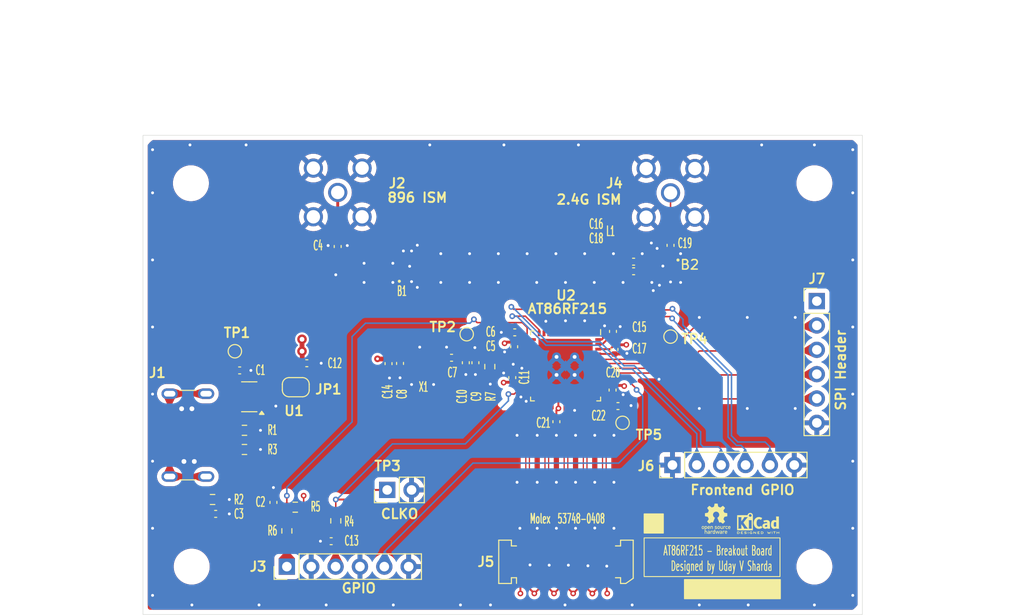
<source format=kicad_pcb>
(kicad_pcb (version 20240108) (generator "pcbnew") (generator_version "8.0")
  (layers (0 "F.Cu" signal) (1 "In1.Cu" power) (2 "In2.Cu" power) (31 "B.Cu" signal) (34 "B.Paste" user) (35 "F.Paste" user) (36 "B.SilkS" user "B.Silkscreen") (37 "F.SilkS" user "F.Silkscreen") (38 "B.Mask" user) (39 "F.Mask" user) (44 "Edge.Cuts" user))
  (net 0 "")
  (net 1 "GND")
  (net 2 "+3V3")
  (net 3 "Net-(J1-SHIELD)")
  (net 4 "/TCXO")
  (net 5 "/VBUS")
  (net 6 "Net-(JP1-B)")
  (net 7 "/AVDD1")
  (net 8 "/AVDD0")
  (net 9 "/DVDD")
  (net 10 "/~{RST}")
  (net 11 "/MISO")
  (net 12 "/~{SEL}")
  (net 13 "/SCLK")
  (net 14 "/MOSI")
  (net 15 "/RXDP09")
  (net 16 "/TXDP")
  (net 17 "/TXDN")
  (net 18 "/RXCLKP")
  (net 19 "/TXCLKP")
  (net 20 "/RXDP24")
  (net 21 "/RXCLKN")
  (net 22 "/TXCLKN")
  (net 23 "/RXDN24")
  (net 24 "/RXDN09")
  (net 25 "/IRQ")
  (net 26 "/RF09N")
  (net 27 "/FEA09")
  (net 28 "/FEB09")
  (net 29 "/FEA24")
  (net 30 "/FEB24")
  (net 31 "/CLKO")
  (net 32 "/CC2")
  (net 33 "/CC1")
  (net 34 "/RF09P")
  (net 35 "/RF24N")
  (net 36 "/RF24P")
  (net 37 "/RF09")
  (net 38 "/RF24")
  (net 39 "/ANT09")
  (net 40 "/XO")
  (net 41 "/ANT24")
  (net 42 "/RF24N_ic")
  (net 43 "/RF24P_ic")
  (net 44 "/CLKO_conn")
  (net 45 "/~{RST}_conn")
  (footprint "Library:USB_C_Receptacle_GCT_USB4125-xx-x-0190_6P_TopMnt_Horizontal" (layer "F.Cu") (at 103.58 71.279 -90)
    (property "Reference" "J1")
    (property "Value" "USB_C")
  )
  (footprint "Library:C_0402_1005Metric" (layer "F.Cu") (at 149 60.458334 90)
    (property "Reference" "C15")
    (property "Value" "1u")
  )
  (footprint "Library:C_0402_1005Metric" (layer "F.Cu") (at 143.1 69.88 -90)
    (property "Reference" "C21")
    (property "Value" "100n")
  )
  (footprint "Library:R_0603_1608Metric" (layer "F.Cu") (at 110.58 70.779)
    (property "Reference" "R1")
    (property "Value" "5.1k")
  )
  (footprint "Library:MountingHole_3.2mm_M3_ISO14580" (layer "F.Cu") (at 105 45)
    (property "Reference" "H1" (hide yes))
    (property "Value" "MountingHole" (hide yes))
  )
  (footprint "Library:C_0402_1005Metric" (layer "F.Cu") (at 126.8 63.8 90)
    (property "Reference" "C8")
    (property "Value" "15p")
  )
  (footprint "Library:C_0402_1005Metric" (layer "F.Cu") (at 134.658334 63.728334 90)
    (property "Reference" "C9")
    (property "Value" "1.8p")
  )
  (footprint "Library:TestPoint_Pad_D1.0mm" (layer "F.Cu") (at 150 70)
    (property "Reference" "TP5")
    (property "Value" "DVDD" (hide yes))
  )
  (footprint "Library:BWSMA-KE-Z001" (layer "F.Cu") (at 120.303271 45.96)
    (property "Reference" "J2")
    (property "Value" "896 ISM")
  )
  (footprint "Library:0896BM15E0025" (layer "F.Cu") (at 127.8 53.7)
    (property "Reference" "B1")
    (property "Value" "0896BM15E0025001E")
  )
  (footprint "Library:R_0603_1608Metric" (layer "F.Cu") (at 115.875 78.8 180)
    (property "Reference" "R5")
    (property "Value" "5.1k")
  )
  (footprint "Library:MountingHole_3.2mm_M3_ISO14580" (layer "F.Cu") (at 170 85)
    (property "Reference" "H4" (hide yes))
    (property "Value" "MountingHole" (hide yes))
  )
  (footprint "Library:C_0402_1005Metric" (layer "F.Cu") (at 149.158334 62.338334 -90)
    (property "Reference" "C17")
    (property "Value" "100n")
  )
  (footprint "Library:C_0402_1005Metric" (layer "F.Cu") (at 151.15 53.185 180)
    (property "Reference" "C16")
    (property "Value" "1.8p")
  )
  (footprint "Library:TestPoint_Pad_D1.0mm" (layer "F.Cu") (at 109.58 62.529)
    (property "Reference" "TP1")
    (property "Value" "VBUS" (hide yes))
  )
  (footprint "Library:PinHeader_1x02_P2.54mm_Vertical" (layer "F.Cu") (at 125.46 77 90)
    (property "Reference" "TP3")
    (property "Value" "CLKO")
  )
  (footprint "Library:L_0402_1005Metric" (layer "F.Cu") (at 152.65 53.635 90)
    (property "Reference" "L1")
    (property "Value" "5.8nH")
  )
  (footprint "Library:C_0402_1005Metric" (layer "F.Cu") (at 120.3 51.6 90)
    (property "Reference" "C4")
    (property "Value" "0.8p")
  )
  (footprint "Library:7L26002007" (layer "F.Cu") (at 129.15 64)
    (property "Reference" "X1")
    (property "Value" "7L26002007")
  )
  (footprint "Library:C_0402_1005Metric" (layer "F.Cu") (at 133.658334 63.728334 90)
    (property "Reference" "C10")
    (property "Value" "1.8p")
  )
  (footprint "Library:SolderJumper-2_P1.3mm_Bridged_RoundedPad1.0x1.5mm" (layer "F.Cu") (at 115.93 66.279 180)
    (property "Reference" "JP1")
    (property "Value" "SolderJumper_2_Bridged" (hide yes))
  )
  (footprint "Library:Molex_SlimStack_53748-0408_2x20_P0.50mm_Vertical" (layer "F.Cu") (at 144.1 84.5 90)
    (property "Reference" "J5")
    (property "Value" "Molex  53748-0408")
  )
  (footprint "Library:BWSMA-KE-Z001" (layer "F.Cu") (at 155 46)
    (property "Reference" "J4")
    (property "Value" "2.4G ISM")
  )
  (footprint "Library:PinHeader_1x06_P2.54mm_Vertical" (layer "F.Cu") (at 115 85 90)
    (property "Reference" "J3")
    (property "Value" "GPIO")
  )
  (footprint "Library:AT86RF215" (layer "F.Cu") (at 144.058334 64.058334 -90)
    (property "Reference" "U2")
    (property "Value" "AT86RF215")
  )
  (footprint "Library:MountingHole_3.2mm_M3_ISO14580" (layer "F.Cu") (at 170 45)
    (property "Reference" "H3" (hide yes))
    (property "Value" "MountingHole" (hide yes))
  )
  (footprint "Library:R_0603_1608Metric" (layer "F.Cu") (at 115 81.275 90)
    (property "Reference" "R6")
    (property "Value" "220")
  )
  (footprint "Library:PinHeader_1x06_P2.54mm_Vertical" (layer "F.Cu") (at 170.25 57.3)
    (property "Reference" "J7")
    (property "Value" "SPI Header")
  )
  (footprint "Library:LOGO" (layer "F.Cu") (at 159.75 80)
    (property "Reference" "G***" (hide yes))
    (property "Value" "LOGO" (hide yes))
  )
  (footprint "Library:PinHeader_1x06_P2.54mm_Vertical" (layer "F.Cu") (at 155.2 74.4 90)
    (property "Reference" "J6")
    (property "Value" "Frontend GPIO")
  )
  (footprint "Library:MountingHole_3.2mm_M3_ISO14580" (layer "F.Cu") (at 105.08 84.999)
    (property "Reference" "H2" (hide yes))
    (property "Value" "MountingHole" (hide yes))
  )
  (footprint "Library:C_0402_1005Metric" (layer "F.Cu") (at 110.08 64.529)
    (property "Reference" "C1")
    (property "Value" "1u")
  )
  (footprint "Library:C_0402_1005Metric" (layer "F.Cu") (at 151.15 54.185 180)
    (property "Reference" "C18")
    (property "Value" "1.8p")
  )
  (footprint "Library:R_0603_1608Metric" (layer "F.Cu") (at 107.255 77.999 180)
    (property "Reference" "R2")
    (property "Value" "220")
  )
  (footprint "Library:C_0402_1005Metric" (layer "F.Cu") (at 149.52 68.25)
    (property "Reference" "C22")
    (property "Value" "1u")
  )
  (footprint "Library:C_0402_1005Metric" (layer "F.Cu") (at 132.170834 63.208334)
    (property "Reference" "C7")
    (property "Value" "1n")
  )
  (footprint "Library:LOGO" (layer "F.Cu") (at 164.1 80.5)
    (property "Reference" "G***" (hide yes))
    (property "Value" "LOGO" (hide yes))
  )
  (footprint "Library:C_0402_1005Metric" (layer "F.Cu") (at 107.58 79.499)
    (property "Reference" "C3")
    (property "Value" "15p")
  )
  (footprint "Library:C_0402_1005Metric" (layer "F.Cu") (at 138.5 65.28 90)
    (property "Reference" "C11")
    (property "Value" "100n")
  )
  (footprint "Library:C_0402_1005Metric" (layer "F.Cu") (at 117.08 63.779)
    (property "Reference" "C12")
    (property "Value" "1u")
  )
  (footprint "Library:C_0402_1005Metric" (layer "F.Cu") (at 148.958334 66.578334 -90)
    (property "Reference" "C20")
    (property "Value" "100n")
  )
  (footprint "Library:TestPoint_Pad_D1.0mm" (layer "F.Cu") (at 133.75 60.75)
    (property "Reference" "TP2")
    (property "Value" "AVDD0" (hide yes))
  )
  (footprint "Library:TestPoint_Pad_D1.0mm" (layer "F.Cu") (at 155 61)
    (property "Reference" "TP4")
    (property "Value" "AVDD1" (hide yes))
  )
  (footprint "Library:C_0402_1005Metric" (layer "F.Cu") (at 113.6 78.3 90)
    (property "Reference" "C2")
    (property "Value" "1u")
  )
  (footprint "Library:R_0603_1608Metric" (layer "F.Cu") (at 136.158334 64.133334 -90)
    (property "Reference" "R7")
    (property "Value" "10k")
  )
  (footprint "Library:0896BM15E0025" (layer "F.Cu") (at 154.35 53.635 180)
    (property "Reference" "B2")
    (property "Value" "2450FB15A0050001E")
  )
  (footprint "Library:C_0402_1005Metric" (layer "F.Cu") (at 119.62 82.349)
    (property "Reference" "C13")
    (property "Value" "1.8p")
  )
  (footprint "Library:R_0603_1608Metric" (layer "F.Cu") (at 120.1 80.225 -90)
    (property "Reference" "R4")
    (property "Value" "220")
  )
  (footprint "Library:C_0402_1005Metric" (layer "F.Cu") (at 138.758334 60.558334 180)
    (property "Reference" "C6")
    (property "Value" "1u")
  )
  (footprint "Library:C_0402_1005Metric" (layer "F.Cu") (at 125.6 63.82 -90)
    (property "Reference" "C14")
    (property "Value" "100n")
  )
  (footprint "Library:C_0402_1005Metric" (layer "F.Cu") (at 155 51.481 90)
    (property "Reference" "C19")
    (property "Value" "15p")
  )
  (footprint "Library:R_0603_1608Metric" (layer "F.Cu") (at 110.58 72.779)
    (property "Reference" "R3")
    (property "Value" "5.1k")
  )
  (footprint "Library:SOT-23-3" (layer "F.Cu") (at 111.08 67.279 180)
    (property "Reference" "U1")
    (property "Value" "XC6206P332MR-G")
  )
  (footprint "Library:C_0402_1005Metric" (layer "F.Cu") (at 138.7 62.058334 -90)
    (property "Reference" "C5")
    (property "Value" "100n")
  )
  (gr_rect (start 156.45 86.35) (end 166.45 88.35) (stroke (width 0.1)) (fill solid) (layer "F.SilkS"))
  (gr_rect (start 152.25 79.5) (end 154.25 81.5) (stroke (width 0.1)) (fill solid) (layer "F.SilkS"))
  (gr_rect (start 100 40) (end 175 90) (stroke (width 0.05)) (fill none) (layer "Edge.Cuts"))
  (gr_text "AT86RF215" (at 144.25 58.1 0) (layer "F.SilkS") (effects (font (size 1 1) (thickness 0.2) (bold yes))))
  (gr_text_box "AT86RF215 - Breakout Board\nDesigned by Uday V Sharda \n" (start 152.25 82) (end 166.412611 86.039617) (layer "F.SilkS") (effects (font (size 1 0.5) (thickness 0.1)) (justify right top)) (border yes) (stroke (width 0.1)))
  (segment (start 146.85 85.375) (end 146.85 86.2) (width 0.2) (layer "F.Cu") (net 1))
  (segment (start 143.808334 60.658334) (end 143.808334 59.591666) (width 0.2) (layer "F.Cu") (net 1))
  (segment (start 145.1 81) (end 145.35 81.25) (width 0.1565) (layer "F.Cu") (net 1))
  (segment (start 133.658334 64.208334) (end 133.658334 64.958334) (width 0.5) (layer "F.Cu") (net 1))
  (segment (start 140.85 81.25) (end 140.85 82.8) (width 0.1565) (layer "F.Cu") (net 1))
  (segment (start 142.85 85.35) (end 142.85 86.2) (width 0.2) (layer "F.Cu") (net 1))
  (segment (start 149.02 59.958334) (end 149 59.978334) (width 0.3) (layer "F.Cu") (net 1))
  (segment (start 140.35 84.825) (end 139.85 85.325) (width 0.1565) (layer "F.Cu") (net 1))
  (segment (start 149.1 81) (end 148.85 81.25) (width 0.1565) (layer "F.Cu") (net 1))
  (segment (start 105.1 68.529) (end 106.66 68.529) (width 0.5) (layer "F.Cu") (net 1))
  (segment (start 118.5 82.349) (end 119.14 82.349) (width 0.3) (layer "F.Cu") (net 1))
  (segment (start 143.1 81) (end 142.85 81.25) (width 0.1565) (layer "F.Cu") (net 1))
  (segment (start 147.458334 66.308334) (end 148.208334 66.308334) (width 0.2) (layer "F.Cu") (net 1))
  (segment (start 142.35 84.85) (end 141.85 85.35) (width 0.1565) (layer "F.Cu") (net 1))
  (segment (start 139.2952 81) (end 139.35 81.0548) (width 0.2) (layer "F.Cu") (net 1))
  (segment (start 153.035 51.235) (end 153.6 51.8) (width 0.3) (layer "F.Cu") (net 1))
  (segment (start 148.124266 59.874265) (end 147.95 60.048531) (width 0.2) (layer "F.Cu") (net 1))
  (segment (start 143.1 70.36) (end 143.1 71.3) (width 0.3) (layer "F.Cu") (net 1))
  (segment (start 138.67825 63.808334) (end 140.658334 63.808334) (width 0.2) (layer "F.Cu") (net 1))
  (segment (start 153.285 56.2) (end 153.2 56.2) (width 0.3) (layer "F.Cu") (net 1))
  (segment (start 139.991666 66.308334) (end 140.658334 66.308334) (width 0.2) (layer "F.Cu") (net 1))
  (segment (start 139.508334 64.308334) (end 140.658334 64.308334) (width 0.2) (layer "F.Cu") (net 1))
  (segment (start 139.35 81.0548) (end 139.35 82.8) (width 0.2) (layer "F.Cu") (net 1))
  (segment (start 145.85 85.45) (end 145.85 86.2) (width 0.1565) (layer "F.Cu") (net 1))
  (segment (start 137.6 64.8) (end 138.4 64.8) (width 0.3) (layer "F.Cu") (net 1))
  (segment (start 139.4 66.9) (end 139.991666 66.308334) (width 0.2) (layer "F.Cu") (net 1))
  (segment (start 127.15 52.065) (end 128 52.065) (width 0.3) (layer "F.Cu") (net 1))
  (segment (start 127.8 54.335) (end 127.8 53.065) (width 0.3) (layer "F.Cu") (net 1))
  (segment (start 148.35 84.95) (end 147.85 85.45) (width 0.1565) (layer "F.Cu") (net 1))
  (segment (start 146.85 81.225) (end 146.85 82.8) (width 0.1565) (layer "F.Cu") (net 1))
  (segment (start 154.200884 53.640789) (end 154.35 53.789905) (width 0.3) (layer "F.Cu") (net 1))
  (segment (start 126.8 65.3) (end 126.8 64.28) (width 0.5) (layer "F.Cu") (net 1))
  (segment (start 142.35 84.85) (end 142.85 85.35) (width 0.2) (layer "F.Cu") (net 1))
  (segment (start 143.85 85.35) (end 143.85 86.2) (width 0.1565) (layer "F.Cu") (net 1))
  (segment (start 144.308334 60.658334) (end 144.308334 59.608334) (width 0.2) (layer "F.Cu") (net 1))
  (segment (start 144.85 85.35) (end 144.85 86.2) (width 0.2) (layer "F.Cu") (net 1))
  (segment (start 138.278334 60.558334) (end 137.358334 60.558334) (width 0.3) (layer "F.Cu") (net 1))
  (segment (start 137.7587 62.538334) (end 138.858334 62.538334) (width 0.3) (layer "F.Cu") (net 1))
  (segment (start 144.308334 59.608334) (end 144.05 59.35) (width 0.2) (layer "F.Cu") (net 1))
  (segment (start 139.95 67.1) (end 140.241666 66.808334) (width 0.2) (layer "F.Cu") (net 1))
  (segment (start 145.1 81) (end 144.85 81.25) (width 0.1565) (layer "F.Cu") (net 1))
  (segment (start 142.85 81.25) (end 142.85 82.8) (width 0.1565) (layer "F.Cu") (net 1))
  (segment (start 127.8 53.065) (end 127.8 52.265) (width 0.3) (layer "F.Cu") (net 1))
  (segment (start 138.6 63.886584) (end 138.67825 63.808334) (width 0.2) (layer "F.Cu") (net 1))
  (segment (start 147.95 60.048531) (end 147.95 61.180982) (width 0.2) (layer "F.Cu") (net 1))
  (segment (start 139.95 67.75) (end 139.95 67.1) (width 0.2) (layer "F.Cu") (net 1))
  (segment (start 155 55.3) (end 155 54.27) (width 0.3) (layer "F.Cu") (net 1))
  (segment (start 142.308334 59.708334) (end 142.308334 60.658334) (width 0.2) (layer "F.Cu") (net 1))
  (segment (start 144.808334 68.508334) (end 144.808334 67.458334) (width 0.2) (layer "F.Cu") (net 1))
  (segment (start 113.6 76.75) (end 113.6 77.82) (width 0.5) (layer "F.Cu") (net 1))
  (segment (start 154.200884 53.640789) (end 154.35 53.491673) (width 0.3) (layer "F.Cu") (net 1))
  (segment (start 154.35 55.135) (end 154.35 54.335) (width 0.3) (layer "F.Cu") (net 1))
  (segment (start 141.35 81.25) (end 141.35 82.8) (width 0.1565) (layer "F.Cu") (net 1))
  (segment (start 140.85 85.325) (end 140.85 86.2) (width 0.1565) (layer "F.Cu") (net 1))
  (segment (start 104.271 74.029) (end 105.35 74.029) (width 0.5) (layer "F.Cu") (net 1))
  (segment (start 150.45 62.748334) (end 150.38 62.818334) (width 0.3) (layer "F.Cu") (net 1))
  (segment (start 153.6 51.8) (end 154.35 52.55) (width 0.3) (layer "F.Cu") (net 1))
  (segment (start 111.405 70.779) (end 112.25 70.779) (width 0.5) (layer "F.Cu") (net 1))
  (segment (start 146.05 59.35) (end 145.808334 59.591666) (width 0.2) (layer "F.Cu") (net 1))
  (segment (start 140.241666 66.808334) (end 140.658334 66.808334) (width 0.2) (layer "F.Cu") (net 1))
  (segment (start 136.158334 64.958334) (end 136.158334 65.908334) (width 0.5) (layer "F.Cu") (net 1))
  (segment (start 111.405 72.779) (end 112.25 72.779) (width 0.5) (layer "F.Cu") (net 1))
  (segment (start 148.85 81.25) (end 148.85 82.8) (width 0.1565) (layer "F.Cu") (net 1))
  (segment (start 150 68.25) (end 150.830084 68.25) (width 0.3) (layer "F.Cu") (net 1))
  (segment (start 128 52.065) (end 128.6 51.465) (width 0.3) (layer "F.Cu") (net 1))
  (segment (start 134.658334 64.208334) (end 134.658334 64.958334) (width 0.5) (layer "F.Cu") (net 1))
  (segment (start 139.536253 62.538334) (end 138.858334 62.538334) (width 0.2) (layer "F.Cu") (net 1))
  (segment (start 143.808334 59.591666) (end 144.05 59.35) (width 0.2) (layer "F.Cu") (net 1))
  (segment (start 130.3 66) (end 130.3 64.7375) (width 0.3) (layer "F.Cu") (net 1))
  (segment (start 125.6 64.3) (end 125.6 65.22) (width 0.5) (layer "F.Cu") (net 1))
  (segment (start 149.75 59.958334) (end 149.02 59.958334) (width 0.3) (layer "F.Cu") (net 1))
  (segment (start 141.1 81) (end 140.85 81.25) (width 0.1565) (layer "F.Cu") (net 1))
  (segment (start 105.35 74.029) (end 106.66 74.029) (width 0.5) (layer "F.Cu") (net 1))
  (segment (start 147.85 85.45) (end 147.85 86.2) (width 0.1565) (layer "F.Cu") (net 1))
  (segment (start 138.591666 64.808334) (end 140.658334 64.808334) (width 0.2) (layer "F.Cu") (net 1))
  (segment (start 153 51.235) (end 153.035 51.235) (width 0.3) (layer "F.Cu") (net 1))
  (segment (start 125.6 65.22) (end 125.7 65.32) (width 0.5) (layer "F.Cu") (net 1))
  (segment (start 140.35 84.825) (end 140.85 85.325) (width 0.1565) (layer "F.Cu") (net 1))
  (segment (start 148.958334 67.058334) (end 150.058334 67.058334) (width 0.3) (layer "F.Cu") (net 1))
  (segment (start 141.85 85.35) (end 141.85 86.2) (width 0.1565) (layer "F.Cu") (net 1))
  (segment (start 142 59.4) (end 142.308334 59.708334) (width 0.2) (layer "F.Cu") (net 1))
  (segment (start 153.8425 55.6425) (end 154.35 55.135) (width 0.3) (layer "F.Cu") (net 1))
  (segment (start 145.808334 59.591666) (end 145.808334 60.658334) (width 0.2) (layer "F.Cu") (net 1))
  (segment (start 146.3875 84.9125) (end 146.85 85.375) (width 0.2) (layer "F.Cu") (net 1))
  (segment (start 104.029 68.529) (end 105.1 68.529) (width 0.5) (layer "F.Cu") (net 1))
  (segment (start 127.8 55.065) (end 128 55.265) (width 0.3) (layer "F.Cu") (net 1))
  (segment (start 147.35 81.225) (end 147.35 82.8) (width 0.1565) (layer "F.Cu") (net 1))
  (segment (start 145 68.7) (end 144.808334 68.508334) (width 0.2) (layer "F.Cu") (net 1))
  (segment (start 147.458334 62.808334) (end 149.148334 62.808334) (width 0.2) (layer "F.Cu") (net 1))
  (segment (start 108.08 77.999) (end 109 77.999) (width 0.5) (layer "F.Cu") (net 1))
  (segment (start 139.5 64.3) (end 139.508334 64.308334) (width 0.2) (layer "F.Cu") (net 1))
  (segment (start 136.158334 65.908334) (end 136.208334 65.958334) (width 0.5) (layer "F.Cu") (net 1))
  (segment (start 113.85 68.25) (end 113.829 68.229) (width 0.3) (layer "F.Cu") (net 1))
  (segment (start 140.658334 62.808334) (end 139.806253 62.808334) (width 0.2) (layer "F.Cu") (net 1))
  (segment (start 127.8 54.335) (end 127.8 55.065) (width 0.3) (layer "F.Cu") (net 1))
  (segment (start 154.35 53.491673) (end 154.35 53) (width 0.3) (layer "F.Cu") (net 1))
  (segment (start 143.35 81.25) (end 143.35 82.8) (width 0.1565) (layer "F.Cu") (net 1))
  (segment (start 148.85 85.45) (end 148.85 86.2) (width 0.1565) (layer "F.Cu") (net 1))
  (segment (start 137.700515 62.596519) (end 137.7587 62.538334) (width 0.3) (layer "F.Cu") (net 1))
  (segment (start 143.1 81) (end 143.35 81.25) (width 0.1565) (layer "F.Cu") (net 1))
  (segment (start 146.3875 84.9125) (end 145.85 85.45) (width 0.1565) (layer "F.Cu") (net 1))
  (segment (start 148.35 84.95) (end 148.85 85.45) (width 0.1565) (layer "F.Cu") (net 1))
  (segment (start 111.25 64.529) (end 110.56 64.529) (width 0.5) (layer "F.Cu") (net 1))
  (segment (start 113.829 68.229) (end 112.2175 68.229) (width 0.3) (layer "F.Cu") (net 1))
  (segment (start 147.95 61.180982) (end 147.822648 61.308334) (width 0.2) (layer "F.Cu") (net 1))
  (segment (start 148.208334 66.308334) (end 148.958334 67.058334) (width 0.2) (layer "F.Cu") (net 1))
  (segment (start 127.15 52.065) (end 127.15 53.065) (width 0.3) (layer "F.Cu") (net 1))
  (segment (start 150.830084 68.25) (end 150.880084 68.2) (width 0.3) (layer "F.Cu") (net 1))
  (segment (start 147.822648 61.308334) (end 147.458334 61.308334) (width 0.2) (layer "F.Cu") (net 1))
  (segment (start 150.38 62.818334) (end 149.158334 62.818334) (width 0.3) (layer "F.Cu") (net 1))
  (segment (start 108.06 79.499) (end 109 79.499) (width 0.5) (layer "F.Cu") (net 1))
  (segment (start 144.35 84.85) (end 144.85 85.35) (width 0.2) (layer "F.Cu") (net 1))
  (segment (start 139.85 85.325) (end 139.85 86.2) (width 0.1565) (layer "F.Cu") (net 1))
  (segment (start 147.1 80.975) (end 146.85 81.225) (width 0.1565) (layer "F.Cu") (net 1))
  (segment (start 154.35 52.55) (end 154.35 53) (width 0.3) (layer "F.Cu") (net 1))
  (segment (start 127.9 55.165) (end 128 55.265) (width 0.5) (layer "F.Cu") (net 1))
  (segment (start 147.1 80.975) (end 147.35 81.225) (width 0.1565) (layer "F.Cu") (net 1))
  (segment (start 144.85 81.25) (end 144.85 82.8) (width 0.1565) (layer "F.Cu") (net 1))
  (segment (start 141.1 81) (end 141.35 81.25) (width 0.1565) (layer "F.Cu") (net 1))
  (segment (start 139.4 67.3) (end 139.4 66.9) (width 0.2) (layer "F.Cu") (net 1))
  (segment (start 128 64.7375) (end 128 66) (width 0.3) (layer "F.Cu") (net 1))
  (segment (start 128 55.265) (end 128.6 55.865) (width 0.3) (layer "F.Cu") (net 1))
  (segment (start 154.35 53.789905) (end 154.35 54.27) (width 0.3) (layer "F.Cu") (net 1))
  (segment (start 153.8425 55.6425) (end 153.285 56.2) (width 0.3) (layer "F.Cu") (net 1))
  (segment (start 145.35 81.25) (end 145.35 82.8) (width 0.1565) (layer "F.Cu") (net 1))
  (segment (start 139.806253 62.808334) (end 139.536253 62.538334) (width 0.2) (layer "F.Cu") (net 1))
  (segment (start 117.56 63.779) (end 118.58 63.779) (width 0.5) (layer "F.Cu") (net 1))
  (segment (start 127.8 52.265) (end 128 52.065) (width 0.3) (layer "F.Cu") (net 1))
  (segment (start 144.35 84.85) (end 143.85 85.35) (width 0.1565) (layer "F.Cu") (net 1))
  (via (at 141.1 81) (size 0.6) (drill 0.3) (layers "F.Cu" "B.Cu") (remove_unused_layers yes) (zone_layer_connections "F.Cu" "In1.Cu" "B.Cu") (net 1))
  (via (at 170 89) (size 0.6) (drill 0.3) (layers "F.Cu" "B.Cu") (remove_unused_layers yes) (zone_layer_connections "F.Cu" "In1.Cu" "B.Cu") (net 1))
  (via (at 148.35 84.95) (size 0.6) (drill 0.3) (layers "F.Cu" "B.Cu") (remove_unused_layers yes) (zone_layer_connections "F.Cu" "In1.Cu" "B.Cu") (net 1))
  (via (at 101 67) (size 0.6) (drill 0.3) (layers "F.Cu" "B.Cu") (remove_unused_layers yes) (zone_layer_connections "F.Cu" "In1.Cu" "B.Cu") (net 1))
  (via (at 130.3 66) (size 0.6) (drill 0.3) (layers "F.Cu" "B.Cu") (remove_unused_layers yes) (zone_layer_connections "F.Cu" "In1.Cu" "B.Cu") (net 1))
  (via (at 126.1 89) (size 0.6) (drill 0.3) (layers "F.Cu" "B.Cu") (remove_unused_layers yes) (zone_layer_connections "F.Cu" "In1.Cu" "B.Cu") (net 1))
  (via (at 110.75 41) (size 0.6) (drill 0.3) (layers "F.Cu" "B.Cu") (remove_unused_layers yes) (zone_layer_connections "F.Cu" "In1.Cu" "B.Cu") (net 1))
  (via (at 128.6 51.465) (size 0.6) (drill 0.3) (layers "F.Cu" "B.Cu") (remove_unused_layers yes) (zone_layer_connections "F.Cu" "In1.Cu" "B.Cu") (net 1))
  (via (at 158 68.5) (size 0.6) (drill 0.3) (layers "F.Cu" "B.Cu") (remove_unused_layers yes) (zone_layer_connections "F.Cu" "In1.Cu" "B.Cu") (net 1))
  (via (at 128 55.265) (size 0.6) (drill 0.3) (layers "F.Cu" "B.Cu") (remove_unused_layers yes) (zone_layer_connections "F.Cu" "In1.Cu" "B.Cu") (net 1))
  (via (at 101 46) (size 0.6) (drill 0.3) (layers "F.Cu" "B.Cu") (remove_unused_layers yes) (zone_layer_connections "F.Cu" "In1.Cu" "B.Cu") (net 1))
  (via (at 158 59) (size 0.6) (drill 0.3) (layers "F.Cu" "B.Cu") (remove_unused_layers yes) (zone_layer_connections "F.Cu" "In1.Cu" "B.Cu") (net 1))
  (via (at 147.05 55.35) (size 0.6) (drill 0.3) (layers "F.Cu" "B.Cu") (remove_unused_layers yes) (zone_layer_connections "F.Cu" "In1.Cu" "B.Cu") (net 1))
  (via (at 111.25 64.529) (size 0.6) (drill 0.3) (layers "F.Cu" "B.Cu") (remove_unused_layers yes) (zone_layer_connections "F.Cu" "In1.Cu" "B.Cu") (net 1))
  (via (at 112.25 72.779) (size 0.6) (drill 0.3) (layers "F.Cu" "B.Cu") (remove_unused_layers yes) (zone_layer_connections "F.Cu" "In1.Cu" "B.Cu") (net 1))
  (via (at 101 88) (size 0.6) (drill 0.3) (layers "F.Cu" "B.Cu") (remove_unused_layers yes) (zone_layer_connections "F.Cu" "In1.Cu" "B.Cu") (net 1))
  (via (at 152.05 52.35) (size 0.6) (drill 0.3) (layers "F.Cu" "B.Cu") (remove_unused_layers yes) (zone_layer_connections "F.Cu" "In1.Cu" "B.Cu") (net 1))
  (via (at 142.35 84.85) (size 0.6) (drill 0.3) (layers "F.Cu" "B.Cu") (remove_unused_layers yes) (zone_layer_connections "F.Cu" "In1.Cu" "B.Cu") (net 1))
  (via (at 147.1 80.975) (size 0.6) (drill 0.3) (layers "F.Cu" "B.Cu") (remove_unused_layers yes) (zone_layer_connections "F.Cu" "In1.Cu" "B.Cu") (net 1))
  (via (at 144.05 59.35) (size 0.6) (drill 0.3) (layers "F.Cu" "B.Cu") (remove_unused_layers yes) (zone_layer_connections "F.Cu" "In1.Cu" "B.Cu") (net 1))
  (via (at 138.6 63.886584) (size 0.6) (drill 0.3) (layers "F.Cu" "B.Cu") (remove_unused_layers yes) (zone_layer_connections "In1.Cu" "B.Cu") (net 1))
  (via (at 139.2952 81) (size 0.6) (drill 0.3) (layers "F.Cu" "B.Cu") (remove_unused_layers yes) (zone_layer_connections "F.Cu" "In1.Cu" "B.Cu") (net 1))
  (via (at 119.3 51.5) (size 0.6) (drill 0.3) (layers "F.Cu" "B.Cu") (remove_unused_layers yes) (zone_layer_connections "F.Cu" "In1.Cu" "B.Cu") (net 1))
  (via (at 143.1 81) (size 0.6) (drill 0.3) (layers "F.Cu" "B.Cu") (remove_unused_layers yes) (zone_layer_connections "F.Cu" "In1.Cu" "B.Cu") (net 1))
  (via (at 154.200884 53.640789) (size 0.6) (drill 0.3) (layers "F.Cu" "B.Cu") (remove_unused_layers yes) (zone_layer_connections "F.Cu" "In1.Cu" "B.Cu") (net 1))
  (via (at 101 81) (size 0.6) (drill 0.3) (layers "F.Cu" "B.Cu") (remove_unused_layers yes) (zone_layer_connections "F.Cu" "In1.Cu" "B.Cu") (net 1))
  (via (at 153.6 51.8) (size 0.6) (drill 0.3) (layers "F.Cu" "B.Cu") (remove_unused_layers yes) (zone_layer_connections "F.Cu" "In1.Cu" "B.Cu") (net 1))
  (via (at 137.05 55.35) (size 0.6) (drill 0.3) (layers "F.Cu" "B.Cu") (remove_unused_layers yes) (zone_layer_connections "F.Cu" "In1.Cu" "B.Cu") (net 1))
  (via (at 127.15 52.065) (size 0.6) (drill 0.3) (layers "F.Cu" "B.Cu") (remove_unused_layers yes) (zone_layer_connections "F.Cu" "In1.Cu" "B.Cu") (net 1))
  (via (at 174 67) (size 0.6) (drill 0.3) (layers "F.Cu" "B.Cu") (remove_unused_layers yes) (zone_layer_connections "F.Cu" "In1.Cu" "B.Cu") (net 1))
  (via (at 149.1 81) (size 0.6) (drill 0.3) (layers "F.Cu" "B.Cu") (remove_unused_layers yes) (zone_layer_connections "F.Cu" "In1.Cu" "B.Cu") (net 1))
  (via (at 101 53) (size 0.6) (drill 0.3) (layers "F.Cu" "B.Cu") (remove_unused_layers yes) (zone_layer_connections "F.Cu" "In1.Cu" "B.Cu") (net 1))
  (via (at 174 74) (size 0.6) (drill 0.3) (layers "F.Cu" "B.Cu") (remove_unused_layers yes) (zone_layer_connections "F.Cu" "In1.Cu" "B.Cu") (net 1))
  (via (at 153.2 56.2) (size 0.6) (drill 0.3) (layers "F.Cu" "B.Cu") (remove_unused_layers yes) (zone_layer_connections "F.Cu" "In1.Cu" "B.Cu") (net 1))
  (via (at 155 55.3) (size 0.6) (drill 0.3) (layers "F.Cu" "B.Cu") (remove_unused_layers yes) (zone_layer_connections "F.Cu" "In1.Cu" "B.Cu") (net 1))
  (via (at 139.95 67.75) (size 0.6) (drill 0.3) (layers "F.Cu" "B.Cu") (remove_unused_layers yes) (zone_layer_connections "In1.Cu" "B.Cu") (net 1))
  (via (at 128 66) (size 0.7) (drill 0.3) (layers "F.Cu" "B.Cu") (remove_unused_layers yes) (zone_layer_connections "F.Cu" "In1.Cu" "B.Cu") (net 1))
  (via (at 153.8 65.45) (size 0.6) (drill 0.3) (layers "F.Cu" "B.Cu") (remove_unused_layers yes) (zone_layer_connections "F.Cu" "In1.Cu" "B.Cu") (net 1))
  (via (at 137.358334 60.558334) (size 0.6) (drill 0.3) (layers "F.Cu" "B.Cu") (remove_unused_layers yes) (zone_layer_connections "In1.Cu" "B.Cu") (net 1))
  (via (at 174 53) (size 0.6) (drill 0.3) (layers "F.Cu" "B.Cu") (remove_unused_layers yes) (zone_layer_connections "F.Cu" "In1.Cu" "B.Cu") (net 1))
  (via (at 134.05 52.35) (size 0.6) (drill 0.3) (layers "F.Cu" "B.Cu") (remove_unused_layers yes) (zone_layer_connections "F.Cu" "In1.Cu" "B.Cu") (net 1))
  (via (at 109 79.499) (size 0.6) (drill 0.3) (layers "F.Cu" "B.Cu") (remove_unused_layers yes) (zone_layer_connections "F.Cu" "In1.Cu" "B.Cu") (net 1))
  (via (at 131.05 55.35) (size 0.6) (drill 0.3) (layers "F.Cu" "B.Cu") (remove_unused_layers yes) (zone_layer_connections "F.Cu" "In1.Cu" "B.Cu") (net 1))
  (via (at 146.05 59.35) (size 0.6) (drill 0.3) (layers "F.Cu" "B.Cu") (remove_unused_layers yes) (zone_layer_connections "F.Cu" "In1.Cu" "B.Cu") (net 1))
  (via (at 137.7 62.6) (size 0.6) (drill 0.3) (layers "F.Cu" "B.Cu") (remove_unused_layers yes) (zone_layer_connections "In1.Cu" "B.Cu") (net 1))
  (via (at 129.9 41) (size 0.6) (drill 0.3) (layers "F.Cu" "B.Cu") (remove_unused_layers yes) (zone_layer_connections "F.Cu" "In1.Cu" "B.Cu") (net 1))
  (via (at 126.8 65.3) (size 0.7) (drill 0.3) (layers "F.Cu" "B.Cu") (remove_unused_layers yes) (zone_layer_connections "F.Cu" "In1.Cu" "B.Cu") (net 1))
  (via (at 140.35 84.825) (size 0.6) (drill 0.3) (layers "F.Cu" "B.Cu") (remove_unused_layers yes) (zone_layer_connections "F.Cu" "In1.Cu" "B.Cu") (net 1))
  (via (at 174 46) (size 0.6) (drill 0.3) (layers "F.Cu" "B.Cu") (remove_unused_layers yes) (zone_layer_connections "F.Cu" "In1.Cu" "B.Cu") (net 1))
  (via (at 104.271 74.029) (size 1) (drill 0.5) (layers "F.Cu" "B.Cu") (remove_unused_layers yes) (zone_layer_connections "F.Cu" "In1.Cu" "B.Cu") (net 1))
  (via (at 125.7 65.32) (size 0.7) (drill 0.3) (layers "F.Cu" "B.Cu") (remove_unused_layers yes) (zone_layer_connections "F.Cu" "In1.Cu" "B.Cu") (net 1))
  (via (at 145.1 81) (size 0.6) (drill 0.3) (layers "F.Cu" "B.Cu") (remove_unused_layers yes) (zone_layer_connections "F.Cu" "In1.Cu" "B.Cu") (net 1))
  (via (at 121.3 51.5) (size 0.6) (drill 0.3) (layers "F.Cu" "B.Cu") (remove_unused_layers yes) (zone_layer_connections "F.Cu" "In1.Cu" "B.Cu") (net 1))
  (via (at 153 51.235) (size 0.6) (drill 0.3) (layers "F.Cu" "B.Cu") (remove_unused_layers yes) (zone_layer_connections "F.Cu" "In1.Cu" "B.Cu") (net 1))
  (via (at 150.058334 67.058334) (size 0.6) (drill 0.3) (layers "F.Cu" "B.Cu") (remove_unused_layers yes) (zone_layer_connections "In1.Cu" "B.Cu") (net 1))
  (via (at 137.05 52.35) (size 0.6) (drill 0.3) (layers "F.Cu" "B.Cu") (remove_unused_layers yes) (zone_layer_connections "F.Cu" "In1.Cu" "B.Cu") (net 1))
  (via (at 134.658334 64.958334) (size 0.6) (drill 0.3) (layers "F.Cu" "B.Cu") (remove_unused_layers yes) (zone_layer_connections "F.Cu" "In1.Cu" "B.Cu") (net 1))
  (via (at 153.8425 55.6425) (size 0.6) (drill 0.3) (layers "F.Cu" "B.Cu") (remove_unused_layers yes) (zone_layer_connections "F.Cu" "In1.Cu" "B.Cu") (net 1))
  (via (at 146.3875 84.9125) (size 0.6) (drill 0.3) (layers "F.Cu" "B.Cu") (remove_unused_layers yes) (zone_layer_connections "F.Cu" "In1.Cu" "B.Cu") (net 1))
  (via (at 145.1 71.3) (size 0.6) (drill 0.3) (layers "F.Cu" "B.Cu") (remove_unused_layers yes) (zone_layer_connections "F.Cu" "In1.Cu" "B.Cu") (net 1))
  (via (at 156.05 55.35) (size 0.6) (drill 0.3) (layers "F.Cu" "B.Cu") (remove_unused_layers yes) (zone_layer_connections "F.Cu" "In1.Cu" "B.Cu") (net 1))
  (via (at 139.4 67.3) (size 0.6) (drill 0.3) (layers "F.Cu" "B.Cu") (remove_unused_layers yes) (zone_layer_connections "In1.Cu" "B.Cu") (net 1))
  (via (at 105.1 89) (size 0.6) (drill 0.3) (layers "F.Cu" "B.Cu") (remove_unused_layers yes) (zone_layer_connections "F.Cu" "In1.Cu" "B.Cu") (net 1))
  (via (at 150.45 62.748334) (size 0.6) (drill 0.3) (layers "F.Cu" "B.Cu") (remove_unused_layers yes) (zone_layer_connections "In1.Cu" "B.Cu") (net 1))
  (via (at 149.05 52.35) (size 0.6) (drill 0.3) (layers "F.Cu" "B.Cu") (remove_unused_layers yes) (zone_layer_connections "F.Cu" "In1.Cu" "B.Cu") (net 1))
  (via (at 153.05 55.35) (size 0.6) (drill 0.3) (layers "F.Cu" "B.Cu") (remove_unused_layers yes) (zone_layer_connections "F.Cu" "In1.Cu" "B.Cu") (net 1))
  (via (at 128 52.065) (size 0.6) (drill 0.3) (layers "F.Cu" "B.Cu") (remove_unused_layers yes) (zone_layer_connections "F.Cu" "In1.Cu" "B.Cu") (net 1))
  (via (at 133.658334 64.958334) (size 0.6) (drill 0.3) (layers "F.Cu" "B.Cu") (remove_unused_layers yes) (zone_layer_connections "F.Cu" "In1.Cu" "B.Cu") (net 1))
  (via (at 149.1 76.2) (size 0.6) (drill 0.3) (layers "F.Cu" "B.Cu") (remove_unused_layers yes) (zone_layer_connections "F.Cu" "In1.Cu" "B.Cu") (net 1))
  (via (at 134.6 62.15) (size 0.6) (drill 0.3) (layers "F.Cu" "B.Cu") (remove_unused_layers yes) (zone_layer_connections "F.Cu" "In1.Cu" "B.Cu") (net 1))
  (via (at 150.05 55.35) (size 0.6) (drill 0.3) (layers "F.Cu" "B.Cu") (remove_unused_layers yes) (zone_layer_connections "F.Cu" "In1.Cu" "B.Cu") (net 1))
  (via (at 143.05 52.35) (size 0.6) (drill 0.3) (layers "F.Cu" "B.Cu") (remove_unused_layers yes) (zone_layer_connections "F.Cu" "In1.Cu" "B.Cu") (net 1))
  (via (at 104.9 41) (size 0.6) (drill 0.3) (layers "F.Cu" "B.Cu") (remove_unused_layers yes) (zone_layer_connections "F.Cu" "In1.Cu" "B.Cu") (net 1))
  (via (at 163 59) (size 0.6) (drill 0.3) (layers "F.Cu" "B.Cu") (remove_unused_layers yes) (zone_layer_connections "F.Cu" "In1.Cu" "B.Cu") (net 1))
  (via (at 134.05 55.35) (size 0.6) (drill 0.3) (layers "F.Cu" "B.Cu") (remove_unused_layers yes) (zone_layer_connections "F.Cu" "In1.Cu" "B.Cu") (net 1))
  (via (at 170 41) (size 0.6) (drill 0.3) (layers "F.Cu" "B.Cu") (remove_unused_layers yes) (zone_layer_connections "F.Cu" "In1.Cu" "B.Cu") (net 1))
  (via (at 133.1 89) (size 0.6) (drill 0.3) (layers "F.Cu" "B.Cu") (remove_unused_layers yes) (zone_layer_connections "F.Cu" "In1.Cu" "B.Cu") (net 1))
  (via (at 143.1 76.2) (size 0.6) (drill 0.3) (layers "F.Cu" "B.Cu") (remove_unused_layers yes) (zone_layer_connections "F.Cu" "In1.Cu" "B.Cu") (net 1))
  (via (at 105.1 68.529) (size 1) (drill 0.5) (layers "F.Cu" "B.Cu") (remove_unused_layers yes) (zone_layer_connections "F.Cu" "In1.Cu" "B.Cu") (net 1))
  (via (at 150.880084 68.2) (size 0.6) (drill 0.3) (layers "F.Cu" "B.Cu") (remove_unused_layers yes) (zone_layer_connections "In1.Cu" "B.Cu") (net 1))
  (via (at 140.05 52.35) (size 0.6) (drill 0.3) (layers "F.Cu" "B.Cu") (remove_unused_layers yes) (zone_layer_connections "F.Cu" "In1.Cu" "B.Cu") (net 1))
  (via (at 174 81) (size 0.6) (drill 0.3) (layers "F.Cu" "B.Cu") (remove_unused_layers yes) (zone_layer_connections "F.Cu" "In1.Cu" "B.Cu") (net 1))
  (via (at 149.75 59.958334) (size 0.6) (drill 0.3) (layers "F.Cu" "B.Cu") (remove_unused_layers yes) (zone_layer_connections "In1.Cu" "B.Cu") (net 1))
  (via (at 104.029 68.529) (size 1) (drill 0.5) (layers "F.Cu" "B.Cu") (remove_unused_layers yes) (zone_layer_connections "F.Cu" "In1.Cu" "B.Cu") (net 1))
  (via (at 163 68.5) (size 0.6) (drill 0.3) (layers "F.Cu" "B.Cu") (remove_unused_layers yes) (zone_layer_connections "F.Cu" "In1.Cu" "B.Cu") (net 1))
  (via (at 126.05 55.35) (size 0.6) (drill 0.3) (layers "F.Cu" "B.Cu") (remove_unused_layers yes) (zone_layer_connections "F.Cu" "In1.Cu" "B.Cu") (net 1))
  (via (at 145.1 76.2) (size 0.6) (drill 0.3) (layers "F.Cu" "B.Cu") (remove_unused_layers yes) (zone_layer_connections "F.Cu" "In1.Cu" "B.Cu") (net 1))
  (via (at 144 89) (size 0.6) (drill 0.3) (layers "F.Cu" "B.Cu") (remove_unused_layers yes) (zone_layer_connections "F.Cu" "In1.Cu" "B.Cu") (net 1))
  (via (at 174 88) (size 0.6) (drill 0.3) (layers "F.Cu" "B.Cu") (remove_unused_layers yes) (zone_layer_connections "F.Cu" "In1.Cu" "B.Cu") (net 1))
  (via (at 145.4 41) (size 0.6) (drill 0.3) (layers "F.Cu" "B.Cu") (remove_unused_layers yes) (zone_layer_connections "F.Cu" "In1.Cu" "B.Cu") (net 1))
  (via (at 146.05 52.35) (size 0.6) (drill 0.3) (layers "F.Cu" "B.Cu") (remove_unused_layers yes) (zone_layer_connections "F.Cu" "In1.Cu" "B.Cu") (net 1))
  (via (at 118.5 82.349) (size 0.6) (drill 0.3) (layers "F.Cu" "B.Cu") (remove_unused_layers yes) (zone_layer_connections "F.Cu" "In1.Cu" "B.Cu") (net 1))
  (via (at 136.208334 65.958334) (size 0.6) (drill 0.3) (layers "F.Cu" "B.Cu") (remove_unused_layers yes) (zone_layer_connections "F.Cu" "In1.Cu" "B.Cu") (net 1))
  (via (at 139 76.2) (size 0.6) (drill 0.3) (layers "F.Cu" "B.Cu") (remove_unused_layers yes) (zone_layer_connections "F.Cu" "In1.Cu" "B.Cu") (net 1))
  (via (at 113.6 76.75) (size 0.6) (drill 0.3) (layers "F.Cu" "B.Cu") (remove_unused_layers yes) (zone_layer_connections "F.Cu" "In1.Cu" "B.Cu") (net 1))
  (via (at 118.58 63.779) (size 0.6) (drill 0.3) (layers "F.Cu" "B.Cu") (remove_unused_layers yes) (zone_layer_connections "F.Cu" "In1.Cu" "B.Cu") (net 1))
  (via (at 144.35 84.85) (size 0.6) (drill 0.3) (layers "F.Cu" "B.Cu") (remove_unused_layers yes) (zone_layer_connections "F.Cu" "In1.Cu" "B.Cu") (net 1))
  (via (at 158 89) (size 0.6) (drill 0.3) (layers "F.Cu" "B.Cu") (remove_unused_layers yes) (zone_layer_connections "F.Cu" "In1.Cu" "B.Cu") (net 1))
  (via (at 113.85 68.25) (size 0.6) (drill 0.3) (layers "F.Cu" "B.Cu") (remove_unused_layers yes) (zone_layer_connections "F.Cu" "In1.Cu" "B.Cu") (net 1))
  (via (at 101 41.5) (size 0.6) (drill 0.3) (layers "F.Cu" "B.Cu") (remove_unused_layers yes) (zone_layer_connections "F.Cu" "In1.Cu" "B.Cu") (net 1))
  (via (at 143.1 71.3) (size 0.6) (drill 0.3) (layers "F.Cu" "B.Cu") (remove_unused_layers yes) (zone_layer_connections "F.Cu" "In1.Cu" "B.Cu") (net 1))
  (via (at 120.1 54.55) (size 0.6) (drill 0.3) (layers "F.Cu" "B.Cu") (remove_unused_layers yes) (zone_layer_connections "F.Cu" "In1.Cu" "B.Cu") (net 1))
  (via (at 147.1 76.2) (size 0.6) (drill 0.3) (layers "F.Cu" "B.Cu") (remove_unused_layers yes) (zone_layer_connections "F.Cu" "In1.Cu" "B.Cu") (net 1))
  (via (at 168 68.5) (size 0.6) (drill 0.3) (layers "F.Cu" "B.Cu") (remove_unused_layers yes) (zone_layer_connections "F.Cu" "In1.Cu" "B.Cu") (net 1))
  (via (at 126.05 53.35) (size 0.6) (drill 0.3) (layers "F.Cu" "B.Cu") (remove_unused_layers yes) (zone_layer_connections "F.Cu" "In1.Cu" "B.Cu") (net 1))
  (via (at 144.05 55.35) (size 0.6) (drill 0.3) (layers "F.Cu" "B.Cu") (remove_unused_layers yes) (zone_layer_connections "F.Cu" "In1.Cu" "B.Cu") (net 1))
  (via (at 141.05 55.35) (size 0.6) (drill 0.3) (layers "F.Cu" "B.Cu") (remove_unused_layers yes) (zone_layer_connections "F.Cu" "In1.Cu" "B.Cu") (net 1))
  (via (at 168 59) (size 0.6) (drill 0.3) (layers "F.Cu" "B.Cu") (remove_unused_layers yes) (zone_layer_connections "F.Cu" "In1.Cu" "B.Cu") (net 1))
  (via (at 139.5 64.3) (size 0.6) (drill 0.3) (layers "F.Cu" "B.Cu") (remove_unused_layers yes) (zone_layer_connections "In1.Cu" "B.Cu") (net 1))
  (via (at 156.05 52.35) (size 0.6) (drill 0.3) (layers "F.Cu" "B.Cu") (remove_unused_layers yes) (zone_layer_connections "F.Cu" "In1.Cu" "B.Cu") (net 1))
  (via (at 112.1 89) (size 0.6) (drill 0.3) (layers "F.Cu" "B.Cu") (remove_unused_layers yes) (zone_layer_connections "F.Cu" "In1.Cu" "B.Cu") (net 1))
  (via (at 164.5 41) (size 0.6) (drill 0.3) (layers "F.Cu" "B.Cu") (remove_unused_layers yes) (zone_layer_connections "F.Cu" "In1.Cu" "B.Cu") (net 1))
  (via (at 145 68.7) (size 0.6) (drill 0.3) (layers "F.Cu" "B.Cu") (remove_unused_layers yes) (zone_layer_connections "F.Cu" "In1.Cu" "B.Cu") (net 1))
  (via (at 123.05 55.35) (size 0.6) (drill 0.3) (layers "F.Cu" "B.Cu") (remove_unused_layers yes) (zone_layer_connections "F.Cu" "In1.Cu" "B.Cu") (net 1))
  (via (at 137.6 64.8) (size 0.6) (drill 0.3) (layers "F.Cu" "B.Cu") (remove_unused_layers yes) (zone_layer_connections "In1.Cu" "B.Cu") (net 1))
  (via (at 127.8 53.665) (size 0.6) (drill 0.3) (layers "F.Cu" "B.Cu") (remove_unused_layers yes) (zone_layer_connections "F.Cu" "In1.Cu" "B.Cu") (net 1))
  (via (at 147.1 71.3) (size 0.6) (drill 0.3) (layers "F.Cu" "B.Cu") (remove_unused_layers yes) (zone_layer_connections "F.Cu" "In1.Cu" "B.Cu") (net 1))
  (via (at 109 77.999) (size 0.6) (drill 0.3) (layers "F.Cu" "B.Cu") (remove_unused_layers yes) (zone_layer_connections "F.Cu" "In1.Cu" "B.Cu") (net 1))
  (via (at 128.6 55.865) (size 0.6) (drill 0.3) (layers "F.Cu" "B.Cu") (remove_unused_layers yes) (zone_layer_connections "F.Cu" "In1.Cu" "B.Cu") (net 1))
  (via (at 149.1 71.3) (size 0.6) (drill 0.3) (layers "F.Cu" "B.Cu") (remove_unused_layers yes) (zone_layer_connections "F.Cu" "In1.Cu" "B.Cu") (net 1))
  (via (at 137.63 41) (size 0.6) (drill 0.3) (layers "F.Cu" "B.Cu") (remove_unused_layers yes) (zone_layer_connections "F.Cu" "In1.Cu" "B.Cu") (net 1))
  (via (at 123.05 53.35) (size 0.6) (drill 0.3) (layers "F.Cu" "B.Cu") (remove_unused_layers yes) (zone_layer_connections "F.Cu" "In1.Cu" "B.Cu") (net 1))
  (via (at 131.05 52.35) (size 0.6) (drill 0.3) (layers "F.Cu" "B.Cu") (remove_unused_layers yes) (zone_layer_connections "F.Cu" "In1.Cu" "B.Cu") (net 1))
  (via (at 131.65 62.1) (size 0.6) (drill 0.3) (layers "F.Cu" "B.Cu") (remove_unused_layers yes) (zone_layer_connections "F.Cu" "In1.Cu" "B.Cu") (net 1))
  (via (at 174 60) (size 0.6) (drill 0.3) (layers "F.Cu" "B.Cu") (remove_unused_layers yes) (zone_layer_connections "F.Cu" "In1.Cu" "B.Cu") (net 1))
  (via (at 163.1 89) (size 0.6) (drill 0.3) (layers "F.Cu" "B.Cu") (remove_unused_layers yes) (zone_layer_connections "F.Cu" "In1.Cu" "B.Cu") (net 1))
  (via (at 112.25 70.779) (size 0.6) (drill 0.3) (layers "F.Cu" "B.Cu") (remove_unused_layers yes) (zone_layer_connections "F.Cu" "In1.Cu" "B.Cu") (net 1))
  (via (at 101 60) (size 0.6) (drill 0.3) (layers "F.Cu" "B.Cu") (remove_unused_layers yes) (zone_layer_connections "F.Cu" "In1.Cu" "B.Cu") (net 1))
  (via (at 136.23 89) (size 0.6) (drill 0.3) (layers "F.Cu" "B.Cu") (remove_unused_layers yes) (zone_layer_connections "F.Cu" "In1.Cu" "B.Cu") (net 1))
  (via (at 128.85 62.1) (size 0.6) (drill 0.3) (layers "F.Cu" "B.Cu") (remove_unused_layers yes) (zone_layer_connections "F.Cu" "In1.Cu" "B.Cu") (net 1))
  (via (at 139 71.3) (size 0.6) (drill 0.3) (layers "F.Cu" "B.Cu") (remove_unused_layers yes) (zone_layer_connections "F.Cu" "In1.Cu" "B.Cu") (net 1))
  (via (at 142 59.4) (size 0.6) (drill 0.3) (layers "F.Cu" "B.Cu") (remove_unused_layers yes) (zone_layer_connections "F.Cu" "In1.Cu" "B.Cu") (net 1))
  (via (at 119.1 89) (size 0.6) (drill 0.3) (layers "F.Cu" "B.Cu") (remove_unused_layers yes) (zone_layer_connections "F.Cu" "In1.Cu" "B.Cu") (net 1))
  (via (at 141.1 76.2) (size 0.6) (drill 0.3) (layers "F.Cu" "B.Cu") (remove_unused_layers yes) (zone_layer_connections "F.Cu" "In1.Cu" "B.Cu") (net 1))
  (via (at 101 74) (size 0.6) (drill 0.3) (layers "F.Cu" "B.Cu") (remove_unused_layers yes) (zone_layer_connections "F.Cu" "In1.Cu" "B.Cu") (net 1))
  (via (at 141.1 71.3) (size 0.6) (drill 0.3) (layers "F.Cu" "B.Cu") (remove_unused_layers yes) (zone_layer_connections "F.Cu" "In1.Cu" "B.Cu") (net 1))
  (via (at 105.35 74.029) (size 1) (drill 0.5) (layers "F.Cu" "B.Cu") (remove_unused_layers yes) (zone_layer_connections "F.Cu" "In1.Cu" "B.Cu") (net 1))
  (via (at 174 41.5) (size 0.6) (drill 0.3) (layers "F.Cu" "B.Cu") (remove_unused_layers yes) (zone_layer_connections "F.Cu" "In1.Cu" "B.Cu") (net 1))
  (via (at 148.124266 59.874265) (size 0.6) (drill 0.3) (layers "F.Cu" "B.Cu") (remove_unused_layers yes) (zone_layer_connections "In1.Cu" "B.Cu") (net 1))
  (via (at 151 89) (size 0.6) (drill 0.3) (layers "F.Cu" "B.Cu") (remove_unused_layers yes) (zone_layer_connections "F.Cu" "In1.Cu" "B.Cu") (net 1))
  (segment (start 127.9425 63.32) (end 128 63.2625) (width 0.5) (layer "F.Cu") (net 2))
  (segment (start 143.308542 68.491458) (end 143.313134 68.491458) (width 0.2) (layer "F.Cu") (net 2))
  (segment (start 137.698952 61.696518) (end 137.817136 61.578334) (width 0.3) (layer "F.Cu") (net 2))
  (segment (start 145.35 86.2) (end 145.35 87.3) (width 0.2) (layer "F.Cu") (net 2))
  (segment (start 144.35 87.3) (end 144.85 87.8) (width 0.2) (layer "F.Cu") (net 2))
  (segment (start 146.35 87.31005) (end 146.35 86.2) (width 0.2) (layer "F.Cu") (net 2))
  (segment (start 148.4 87.8) (end 148.35 87.75) (width 0.2) (layer "F.Cu") (net 2))
  (segment (start 126.8 63.32) (end 127.9425 63.32) (width 0.5) (layer "F.Cu") (net 2))
  (segment (start 140.8 87.8) (end 141.35 87.25) (width 0.2) (layer "F.Cu") (net 2))
  (segment (start 143.1 69.4) (end 143.1 68.704592) (width 0.2) (layer "F.Cu") (net 2))
  (segment (start 140.35 87.35) (end 140.35 86.2) (width 0.2) (layer "F.Cu") (net 2))
  (segment (start 116.58 62.529) (end 116.58 61.279) (width 0.5) (layer "F.Cu") (net 2))
  (segment (start 116.75 78.75) (end 116.7 78.8) (width 0.1565) (layer "F.Cu") (net 2))
  (segment (start 147.458334 62.308334) (end 148.708334 62.308334) (width 0.2) (layer "F.Cu") (net 2))
  (segment (start 139.871938 62.308334) (end 139.141938 61.578334) (width 0.2) (layer "F.Cu") (net 2))
  (segment (start 126.8 63.32) (end 125.62 63.32) (width 0.5) (layer "F.Cu") (net 2))
  (segment (start 137.64 65.76) (end 137.6 65.8) (width 0.3) (layer "F.Cu") (net 2))
  (segment (start 116.6 63.779) (end 116.6 66.259) (width 0.5) (layer "F.Cu") (net 2))
  (segment (start 142.85 87.8) (end 142.35 87.3) (width 0.2) (layer "F.Cu") (net 2))
  (segment (start 143.35 87.3) (end 143.35 86.2) (width 0.2) (layer "F.Cu") (net 2))
  (segment (start 142.85 87.8) (end 143.35 87.3) (width 0.2) (layer "F.Cu") (net 2))
  (segment (start 141.35 87.25) (end 141.35 86.2) (width 0.2) (layer "F.Cu") (net 2))
  (segment (start 139.141938 61.578334) (end 138.858334 61.578334) (width 0.2) (layer "F.Cu") (net 2))
  (segment (start 138.951666 65.308334) (end 138.5 65.76) (width 0.2) (layer "F.Cu") (net 2))
  (segment (start 139.35 87.8) (end 139.35 86.2) (width 0.2) (layer "F.Cu") (net 2))
  (segment (start 150.382 61.858334) (end 149.158334 61.858334) (width 0.3) (layer "F.Cu") (net 2))
  (segment (start 146.85 87.81005) (end 147.35 87.31005) (width 0.2) (layer "F.Cu") (net 2))
  (segment (start 145.35 87.3) (end 144.85 87.8) (width 0.2) (layer "F.Cu") (net 2))
  (segment (start 150.169966 66.165281) (end 150.103019 66.098334) (width 0.3) (layer "F.Cu") (net 2))
  (segment (start 150.39 61.850334) (end 150.382 61.858334) (width 0.3) (layer "F.Cu") (net 2))
  (segment (start 137.817136 61.578334) (end 138.858334 61.578334) (width 0.3) (layer "F.Cu") (net 2))
  (segment (start 116.699 78.799) (end 116.7 78.8) (width 0.5) (layer "F.Cu") (net 2))
  (segment (start 147.458334 65.808334) (end 148.668334 65.808334) (width 0.2) (layer "F.Cu") (net 2))
  (segment (start 140.658334 62.308334) (end 139.871938 62.308334) (width 0.2) (layer "F.Cu") (net 2))
  (segment (start 144.35 86.2) (end 144.35 87.3) (width 0.2) (layer "F.Cu") (net 2))
  (segment (start 143.308334 67.458334) (end 143.308334 68.491666) (width 0.2) (layer "F.Cu") (net 2))
  (segment (start 116.6 62.549) (end 116.58 62.529) (width 0.5) (layer "F.Cu") (net 2))
  (segment (start 143.308334 68.491666) (end 143.308542 68.491458) (width 0.2) (layer "F.Cu") (net 2))
  (segment (start 124.47 63.34) (end 124.45 63.32) (width 0.5) (layer "F.Cu") (net 2))
  (segment (start 150.103019 66.098334) (end 148.958334 66.098334) (width 0.3) (layer "F.Cu") (net 2))
  (segment (start 140.658334 65.308334) (end 138.951666 65.308334) (width 0.2) (layer "F.Cu") (net 2))
  (segment (start 125.6 63.34) (end 124.47 63.34) (width 0.5) (layer "F.Cu") (net 2))
  (segment (start 142.35 87.3) (end 142.35 86.2) (width 0.2) (layer "F.Cu") (net 2))
  (segment (start 116.6 63.779) (end 116.6 62.549) (width 0.5) (layer "F.Cu") (net 2))
  (segment (start 148.668334 65.808334) (end 148.958334 66.098334) (width 0.2) (layer "F.Cu") (net 2))
  (segment (start 146.85 87.81005) (end 146.35 87.31005) (width 0.2) (layer "F.Cu") (net 2))
  (segment (start 143.1 68.704592) (end 143.313134 68.491458) (width 0.2) (layer "F.Cu") (net 2))
  (segment (start 148.708334 62.308334) (end 149.158334 61.858334) (width 0.2) (layer "F.Cu") (net 2))
  (segment (start 116.75 77.599) (end 116.75 78.75) (width 0.1565) (layer "F.Cu") (net 2))
  (segment (start 148.35 87.75) (end 148.35 86.2) (width 0.2) (layer "F.Cu") (net 2))
  (segment (start 147.35 87.31005) (end 147.35 86.2) (width 0.2) (layer "F.Cu") (net 2))
  (segment (start 140.8 87.8) (end 140.35 87.35) (width 0.2) (layer "F.Cu") (net 2))
  (segment (start 138.5 65.76) (end 137.64 65.76) (width 0.3) (layer "F.Cu") (net 2))
  (via (at 116.58 62.529) (size 1) (drill 0.5) (layers "F.Cu" "B.Cu") (remove_unused_layers yes) (zone_layer_connections "In2.Cu") (net 2))
  (via (at 139.35 87.8) (size 0.6) (drill 0.3) (layers "F.Cu" "B.Cu") (remove_unused_layers yes) (zone_layer_connections "In2.Cu") (net 2))
  (via (at 137.6 65.8) (size 0.6) (drill 0.3) (layers "F.Cu" "B.Cu") (remove_unused_layers yes) (zone_layer_connections "In2.Cu") (net 2))
  (via (at 148.4 87.8) (size 0.6) (drill 0.3) (layers "F.Cu" "B.Cu") (remove_unused_layers yes) (zone_layer_connections "In2.Cu") (net 2))
  (via (at 143.313134 68.491458) (size 0.6) (drill 0.3) (layers "F.Cu" "B.Cu") (remove_unused_layers yes) (zone_layer_connections "In2.Cu") (net 2))
  (via (at 124.45 63.32) (size 0.7) (drill 0.3) (layers "F.Cu" "B.Cu") (remove_unused_layers yes) (zone_layer_connections "In2.Cu") (net 2))
  (via (at 146.85 87.81005) (size 0.6) (drill 0.3) (layers "F.Cu" "B.Cu") (remove_unused_layers yes) (zone_layer_connections "In2.Cu") (net 2))
  (via (at 137.698952 61.696518) (size 0.6) (drill 0.3) (layers "F.Cu" "B.Cu") (remove_unused_layers yes) (zone_layer_connections "In2.Cu") (net 2))
  (via (at 144.85 87.8) (size 0.6) (drill 0.3) (layers "F.Cu" "B.Cu") (remove_unused_layers yes) (zone_layer_connections "In2.Cu") (net 2))
  (via (at 140.8 87.8) (size 0.6) (drill 0.3) (layers "F.Cu" "B.Cu") (remove_unused_layers yes) (zone_layer_connections "In2.Cu") (net 2))
  (via (at 116.75 77.599) (size 0.6) (drill 0.3) (layers "F.Cu" "B.Cu") (remove_unused_layers yes) (zone_layer_connections "In2.Cu") (net 2))
  (via (at 116.58 61.279) (size 1) (drill 0.5) (layers "F.Cu" "B.Cu") (remove_unused_layers yes) (zone_layer_connections "In2.Cu") (net 2))
  (via (at 142.85 87.8) (size 0.6) (drill 0.3) (layers "F.Cu" "B.Cu") (remove_unused_layers yes) (zone_layer_connections "In2.Cu") (net 2))
  (via (at 150.169966 66.165281) (size 0.6) (drill 0.3) (layers "F.Cu" "B.Cu") (remove_unused_layers yes) (zone_layer_connections "In2.Cu") (net 2))
  (via (at 150.39 61.850334) (size 0.6) (drill 0.3) (layers "F.Cu" "B.Cu") (remove_unused_layers yes) (zone_layer_connections "In2.Cu") (net 2))
  (segment (start 105.58 77.999) (end 106.43 77.999) (width 0.5) (layer "F.Cu") (net 3))
  (segment (start 104.58 76.999) (end 105.58 77.999) (width 0.5) (layer "F.Cu") (net 3))
  (segment (start 106.43 78.829) (end 107.1 79.499) (width 0.5) (layer "F.Cu") (net 3))
  (segment (start 106.43 77.999) (end 106.43 78.829) (width 0.5) (layer "F.Cu") (net 3))
  (segment (start 104.58 75.599) (end 104.58 76.999) (width 0.5) (layer "F.Cu") (net 3))
  (segment (start 104.58 75.599) (end 106.58 75.599) (width 0.5) (layer "F.Cu") (net 3))
  (segment (start 106.58 66.959) (end 102.78 66.959) (width 0.5) (layer "F.Cu") (net 3))
  (segment (start 102.78 75.599) (end 104.58 75.599) (width 0.5) (layer "F.Cu") (net 3))
  (segment (start 102.78 66.959) (end 102.78 75.599) (width 0.5) (layer "F.Cu") (net 3))
  (segment (start 132.650834 63.208334) (end 133.618334 63.208334) (width 0.1565) (layer "F.Cu") (net 4))
  (segment (start 136.158334 63.308334) (end 140.658334 63.308334) (width 0.1565) (layer "F.Cu") (net 4))
  (segment (start 134.658334 63.248334) (end 136.098334 63.248334) (width 0.1565) (layer "F.Cu") (net 4))
  (segment (start 133.658334 63.248334) (end 134.658334 63.248334) (width 0.1565) (layer "F.Cu") (net 4))
  (segment (start 109.9425 67.279) (end 109.6 66.9365) (width 0.5) (layer "F.Cu") (net 5))
  (segment (start 109.6 66.9365) (end 109.6 64.529) (width 0.5) (layer "F.Cu") (net 5))
  (segment (start 107.4625 69.759) (end 109.9425 67.279) (width 0.5) (layer "F.Cu") (net 5))
  (segment (start 106.66 69.759) (end 107.4625 69.759) (width 0.5) (layer "F.Cu") (net 5))
  (segment (start 104.58 72.279) (end 104.58 70.279) (width 0.5) (layer "F.Cu") (net 5))
  (segment (start 105.1 69.759) (end 106.66 69.759) (width 0.5) (layer "F.Cu") (net 5))
  (segment (start 109.58 64.23) (end 109.58 62.529) (width 0.1565) (layer "F.Cu") (net 5))
  (segment (start 105.1 72.799) (end 104.58 72.279) (width 0.5) (layer "F.Cu") (net 5))
  (segment (start 109.6 64.529) (end 109.6 64.25) (width 0.1565) (layer "F.Cu") (net 5))
  (segment (start 104.58 70.279) (end 105.1 69.759) (width 0.5) (layer "F.Cu") (net 5))
  (segment (start 109.6 64.25) (end 109.58 64.23) (width 0.1565) (layer "F.Cu") (net 5))
  (segment (start 106.66 72.799) (end 105.1 72.799) (width 0.5) (layer "F.Cu") (net 5))
  (segment (start 112.2175 66.329) (end 115.23 66.329) (width 0.5) (layer "F.Cu") (net 6))
  (segment (start 147.888334 61.808334) (end 148.758334 60.938334) (width 0.2) (layer "F.Cu") (net 7))
  (segment (start 148.758334 60.938334) (end 154.938334 60.938334) (width 0.1565) (layer "F.Cu") (net 7))
  (segment (start 147.458334 61.808334) (end 147.888334 61.808334) (width 0.2) (layer "F.Cu") (net 7))
  (segment (start 139.238334 60.558334) (end 138.58 59.9) (width 0.1565) (layer "F.Cu") (net 8))
  (segment (start 140.108334 61.808334) (end 139.238334 60.938334) (width 0.2) (layer "F.Cu") (net 8))
  (segment (start 138.58 59.9) (end 135.8 59.9) (width 0.1565) (layer "F.Cu") (net 8))
  (segment (start 134.95 60.75) (end 133.75 60.75) (width 0.1565) (layer "F.Cu") (net 8))
  (segment (start 140.658334 61.808334) (end 140.108334 61.808334) (width 0.2) (layer "F.Cu") (net 8))
  (segment (start 139.238334 60.938334) (end 139.238334 60.558334) (width 0.2) (layer "F.Cu") (net 8))
  (segment (start 135.8 59.9) (end 134.95 60.75) (width 0.1565) (layer "F.Cu") (net 8))
  (segment (start 147.908334 66.808334) (end 148.348334 67.248334) (width 0.2) (layer "F.Cu") (net 9))
  (segment (start 148.55 68.25) (end 149.04 68.25) (width 0.2) (layer "F.Cu") (net 9))
  (segment (start 148.348334 67.248334) (end 148.348334 68.048334) (width 0.2) (layer "F.Cu") (net 9))
  (segment (start 147.458334 66.808334) (end 147.908334 66.808334) (width 0.2) (layer "F.Cu") (net 9))
  (segment (start 149.04 69.04) (end 150 70) (width 0.1565) (layer "F.Cu") (net 9))
  (segment (start 148.348334 68.048334) (end 148.55 68.25) (width 0.2) (layer "F.Cu") (net 9))
  (segment (start 149.04 68.25) (end 149.04 69.04) (width 0.1565) (layer "F.Cu") (net 9))
  (segment (start 140.05 60.05) (end 140.05 61.1565) (width 0.1565) (layer "F.Cu") (net 10))
  (segment (start 115.05 78.8) (end 115.05 80.4) (width 0.1565) (layer "F.Cu") (net 10))
  (segment (start 139.5435 59.5435) (end 140.05 60.05) (width 0.1565) (layer "F.Cu") (net 10))
  (segment (start 140.201834 61.308334) (end 140.658334 61.308334) (width 0.1565) (layer "F.Cu") (net 10))
  (segment (start 134.5 59.2) (end 134.8435 59.5435) (width 0.1565) (layer "F.Cu") (net 10))
  (segment (start 113.6 78.78) (end 115.03 78.78) (width 0.1565) (layer "F.Cu") (net 10))
  (segment (start 140.05 61.1565) (end 140.201834 61.308334) (width 0.1565) (layer "F.Cu") (net 10))
  (segment (start 115 77.599) (end 115 78.75) (width 0.1565) (layer "F.Cu") (net 10))
  (segment (start 134.8435 59.5435) (end 139.5435 59.5435) (width 0.1565) (layer "F.Cu") (net 10))
  (via (at 115 77.599) (size 0.6) (drill 0.3) (layers "F.Cu" "B.Cu") (remove_unused_layers yes) (net 10))
  (via (at 134.5 59.2) (size 0.6) (drill 0.3) (layers "F.Cu" "B.Cu") (remove_unused_layers yes) (net 10))
  (segment (start 121.8 61) (end 121.8 69.9) (width 0.1565) (layer "B.Cu") (net 10))
  (segment (start 134.5 59.2) (end 134.1 59.6) (width 0.1565) (layer "B.Cu") (net 10))
  (segment (start 121.8 69.9) (end 115 76.7) (width 0.1565) (layer "B.Cu") (net 10))
  (segment (start 123.2 59.6) (end 121.8 61) (width 0.1565) (layer "B.Cu") (net 10))
  (segment (start 115 76.7) (end 115 77.599) (width 0.1565) (layer "B.Cu") (net 10))
  (segment (start 134.1 59.6) (end 123.2 59.6) (width 0.1565) (layer "B.Cu") (net 10))
  (segment (start 157.5 60) (end 170.09 60) (width 0.1565) (layer "F.Cu") (net 11))
  (segment (start 147.526584 63.376584) (end 154.123416 63.376584) (width 0.1565) (layer "F.Cu") (net 11))
  (segment (start 154.123416 63.376584) (end 157.5 60) (width 0.1565) (layer "F.Cu") (net 11))
  (segment (start 147.458334 64.308334) (end 156.745834 64.308334) (width 0.1565) (layer "F.Cu") (net 12))
  (segment (start 157.4375 65) (end 170.17 65) (width 0.1565) (layer "F.Cu") (net 12))
  (segment (start 156.745834 64.308334) (end 157.4375 65) (width 0.1565) (layer "F.Cu") (net 12))
  (segment (start 147.458334 64.808334) (end 154.308334 64.808334) (width 0.1565) (layer "F.Cu") (net 13))
  (segment (start 157 67.5) (end 170.21 67.5) (width 0.1565) (layer "F.Cu") (net 13))
  (segment (start 154.308334 64.808334) (end 157 67.5) (width 0.1565) (layer "F.Cu") (net 13))
  (segment (start 158 62.5) (end 170.13 62.5) (width 0.1565) (layer "F.Cu") (net 14))
  (segment (start 156.691666 63.808334) (end 158 62.5) (width 0.1565) (layer "F.Cu") (net 14))
  (segment (start 147.458334 63.808334) (end 156.691666 63.808334) (width 0.1565) (layer "F.Cu") (net 14))
  (segment (start 144.248234 67.862992) (end 144.248234 67.668434) (width 0.1298) (layer "F.Cu") (net 15))
  (segment (start 144.2899 81.839899) (end 144.2899 67.904658) (width 0.1298) (layer "F.Cu") (net 15))
  (segment (start 144.35 82.8) (end 144.35 81.899999) (width 0.1298) (layer "F.Cu") (net 15))
  (segment (start 144.35 81.899999) (end 144.2899 81.839899) (width 0.1298) (layer "F.Cu") (net 15))
  (segment (start 144.2899 67.904658) (end 144.248234 67.862992) (width 0.1298) (layer "F.Cu") (net 15))
  (segment (start 142.2899 68.97866) (end 142.748234 68.520326) (width 0.1298) (layer "F.Cu") (net 16))
  (segment (start 142.2899 68.97866) (end 142.2899 81.839899) (width 0.1298) (layer "F.Cu") (net 16))
  (segment (start 142.748234 68.520326) (end 142.748234 67.968435) (width 0.1298) (layer "F.Cu") (net 16))
  (segment (start 142.748234 67.968435) (end 142.808334 67.908335) (width 0.1298) (layer "F.Cu") (net 16))
  (segment (start 142.808334 67.908335) (end 142.808334 67.458334) (width 0.1298) (layer "F.Cu") (net 16))
  (segment (start 142.35 81.899999) (end 142.2899 81.839899) (width 0.1298) (layer "F.Cu") (net 16))
  (segment (start 142.35 82.8) (end 142.35 81.899999) (width 0.1298) (layer "F.Cu") (net 16))
  (segment (start 141.9101 68.82134) (end 141.9101 81.839899) (width 0.1298) (layer "F.Cu") (net 17))
  (segment (start 141.9101 68.82134) (end 142.368434 68.363006) (width 0.1298) (layer "F.Cu") (net 17))
  (segment (start 142.368434 67.968435) (end 142.308334 67.908335) (width 0.1298) (layer "F.Cu") (net 17))
  (segment (start 142.308334 67.908335) (end 142.308334 67.458334) (width 0.1298) (layer "F.Cu") (net 17))
  (segment (start 142.368434 68.363006) (end 142.368434 67.968435) (width 0.1298) (layer "F.Cu") (net 17))
  (segment (start 141.85 82.8) (end 141.85 81.899999) (width 0.1298) (layer "F.Cu") (net 17))
  (segment (start 141.85 81.899999) (end 141.9101 81.839899) (width 0.1298) (layer "F.Cu") (net 17))
  (segment (start 146.35 81.899999) (end 146.2899 81.839899) (width 0.1298) (layer "F.Cu") (net 18))
  (segment (start 145.9 68.144576) (end 145.9 67.916669) (width 0.1298) (layer "F.Cu") (net 18))
  (segment (start 146.2899 68.534476) (end 146.2899 81.839899) (width 0.1298) (layer "F.Cu") (net 18))
  (segment (start 145.808334 67.825003) (end 145.808334 67.458334) (width 0.1298) (layer "F.Cu") (net 18))
  (segment (start 145.9 67.916669) (end 145.808334 67.825003) (width 0.1298) (layer "F.Cu") (net 18))
  (segment (start 146.35 82.8) (end 146.35 81.899999) (width 0.1298) (layer "F.Cu") (net 18))
  (segment (start 146.2899 68.534476) (end 145.9 68.144576) (width 0.1298) (layer "F.Cu") (net 18))
  (segment (start 141.748234 68.284394) (end 141.748234 67.968435) (width 0.1298) (layer "F.Cu") (net 19))
  (segment (start 140.2899 69.742728) (end 141.748234 68.284394) (width 0.1298) (layer "F.Cu") (net 19))
  (segment (start 141.808334 67.908335) (end 141.808334 67.458334) (width 0.1298) (layer "F.Cu") (net 19))
  (segment (start 141.748234 67.968435) (end 141.808334 67.908335) (width 0.1298) (layer "F.Cu") (net 19))
  (segment (start 140.35 82.8) (end 140.35 81.899999) (width 0.1298) (layer "F.Cu") (net 19))
  (segment (start 140.2899 81.839899) (end 140.2899 73.043662) (width 0.1298) (layer "F.Cu") (net 19))
  (segment (start 140.35 81.899999) (end 140.2899 81.839899) (width 0.1298) (layer "F.Cu") (net 19))
  (segment (start 140.2899 72.891495) (end 140.2899 69.742728) (width 0.1298) (layer "F.Cu") (net 19))
  (segment (start 140.2899 73.043662) (end 140.2899 72.891495) (width 0.1298) (layer "F.Cu") (net 19))
  (segment (start 148.2899 69.5399) (end 148.2899 81.839899) (width 0.1298) (layer "F.Cu") (net 20))
  (segment (start 148.35 82.8) (end 148.35 81.899999) (width 0.1298) (layer "F.Cu") (net 20))
  (segment (start 146.808334 68.058334) (end 146.808334 67.458334) (width 0.1298) (layer "F.Cu") (net 20))
  (segment (start 148.35 81.899999) (end 148.2899 81.839899) (width 0.1298) (layer "F.Cu") (net 20))
  (segment (start 148.2899 69.5399) (end 146.808334 68.058334) (width 0.1298) (layer "F.Cu") (net 20))
  (segment (start 145.368434 67.968435) (end 145.308334 67.908335) (width 0.1298) (layer "F.Cu") (net 21))
  (segment (start 145.85 81.899999) (end 145.9101 81.839899) (width 0.1298) (layer "F.Cu") (net 21))
  (segment (start 145.308334 67.908335) (end 145.308334 67.458334) (width 0.1298) (layer "F.Cu") (net 21))
  (segment (start 145.9101 68.691796) (end 145.368434 68.15013) (width 0.1298) (layer "F.Cu") (net 21))
  (segment (start 145.368434 68.15013) (end 145.368434 67.968435) (width 0.1298) (layer "F.Cu") (net 21))
  (segment (start 145.9101 68.691796) (end 145.9101 81.839899) (width 0.1298) (layer "F.Cu") (net 21))
  (segment (start 145.85 82.8) (end 145.85 81.899999) (width 0.1298) (layer "F.Cu") (net 21))
  (segment (start 139.85 81.899999) (end 139.85 82.8) (width 0.1298) (layer "F.Cu") (net 22))
  (segment (start 141.368434 67.968435) (end 141.368434 68.127074) (width 0.1298) (layer "F.Cu") (net 22))
  (segment (start 139.9101 69.884109) (end 139.9101 69.909471) (width 0.1298) (layer "F.Cu") (net 22))
  (segment (start 141.308334 67.458334) (end 141.308334 67.908335) (width 0.1298) (layer "F.Cu") (net 22))
  (segment (start 139.9101 69.909471) (end 139.9101 81.839899) (width 0.1298) (layer "F.Cu") (net 22))
  (segment (start 141.368434 68.127074) (end 139.9101 69.585408) (width 0.1298) (layer "F.Cu") (net 22))
  (segment (start 139.9101 81.839899) (end 139.85 81.899999) (width 0.1298) (layer "F.Cu") (net 22))
  (segment (start 141.308334 67.908335) (end 141.368434 67.968435) (width 0.1298) (layer "F.Cu") (net 22))
  (segment (start 139.9101 69.585408) (end 139.9101 69.884109) (width 0.1298) (layer "F.Cu") (net 22))
  (segment (start 147.9101 69.626508) (end 146.308334 68.024742) (width 0.1298) (layer "F.Cu") (net 23))
  (segment (start 147.85 82.8) (end 147.85 81.899999) (width 0.1298) (layer "F.Cu") (net 23))
  (segment (start 146.308334 68.024742) (end 146.308334 67.458334) (width 0.1298) (layer "F.Cu") (net 23))
  (segment (start 147.85 81.899999) (end 147.9101 81.839899) (width 0.1298) (layer "F.Cu") (net 23))
  (segment (start 147.9101 69.626508) (end 147.9101 81.839899) (width 0.1298) (layer "F.Cu") (net 23))
  (segment (start 143.868434 68.008334) (end 143.868434 67.668434) (width 0.1298) (layer "F.Cu") (net 24))
  (segment (start 143.85 82.8) (end 143.85 81.899999) (width 0.1298) (layer "F.Cu") (net 24))
  (segment (start 143.9101 81.839899) (end 143.9101 68.05) (width 0.1298) (layer "F.Cu") (net 24))
  (segment (start 143.9101 68.05) (end 143.868434 68.008334) (width 0.1298) (layer "F.Cu") (net 24))
  (segment (start 143.85 81.899999) (end 143.9101 81.839899) (width 0.1298) (layer "F.Cu") (net 24))
  (segment (start 151.458334 66.558334) (end 151.458334 66.463699) (width 0.1565) (layer "F.Cu") (net 25))
  (segment (start 150.302969 65.308334) (end 147.458334 65.308334) (width 0.1565) (layer "F.Cu") (net 25))
  (segment (start 151.458334 66.463699) (end 150.302969 65.308334) (width 0.1565) (layer "F.Cu") (net 25))
  (via (at 151.458334 66.558334) (size 0.6) (drill 0.3) (layers "F.Cu" "B.Cu") (remove_unused_layers yes) (net 25))
  (segment (start 149.6 74.2) (end 134.4 74.2) (width 0.1565) (layer "B.Cu") (net 25))
  (segment (start 152.1 71.7) (end 149.6 74.2) (width 0.1565) (layer "B.Cu") (net 25))
  (segment (start 152.1 67.2) (end 152.1 71.7) (width 0.1565) (layer "B.Cu") (net 25))
  (segment (start 134.4 74.2) (end 125.16 83.44) (width 0.1565) (layer "B.Cu") (net 25))
  (segment (start 151.458334 66.558334) (end 152.1 67.2) (width 0.1565) (layer "B.Cu") (net 25))
  (segment (start 125.16 83.44) (end 125.16 85) (width 0.1565) (layer "B.Cu") (net 25))
  (segment (start 129.270101 53.8899) (end 141.02134 53.8899) (width 0.1298) (layer "F.Cu") (net 26))
  (segment (start 142.808334 60.208333) (end 142.808334 60.658334) (width 0.1298) (layer "F.Cu") (net 26))
  (segment (start 141.02134 53.8899) (end 142.868434 55.736994) (width 0.1298) (layer "F.Cu") (net 26))
  (segment (start 128.45 54.335) (end 128.825001 54.335) (width 0.1298) (layer "F.Cu") (net 26))
  (segment (start 128.825001 54.335) (end 129.270101 53.8899) (width 0.1298) (layer "F.Cu") (net 26))
  (segment (start 142.868434 55.736994) (end 142.868434 60.148233) (width 0.1298) (layer "F.Cu") (net 26))
  (segment (start 142.868434 60.148233) (end 142.808334 60.208333) (width 0.1298) (layer "F.Cu") (net 26))
  (segment (start 138.4 57.9) (end 138.65 58.15) (width 0.1565) (layer "F.Cu") (net 27))
  (segment (start 139.8 58.15) (end 141.808334 60.158334) (width 0.1565) (layer "F.Cu") (net 27))
  (segment (start 138.65 58.15) (end 139.8 58.15) (width 0.1565) (layer "F.Cu") (net 27))
  (segment (start 141.808334 60.158334) (end 141.808334 60.658334) (width 0.1565) (layer "F.Cu") (net 27))
  (via (at 138.4 57.9) (size 0.6) (drill 0.3) (layers "F.Cu" "B.Cu") (remove_unused_layers yes) (net 27))
  (segment (start 158.4 72.5) (end 160 72.5) (width 0.1565) (layer "B.Cu") (net 27))
  (segment (start 160 72.5) (end 160.28 72.78) (width 0.1565) (layer "B.Cu") (net 27))
  (segment (start 151.240562 64.0435) (end 151.449394 64.252333) (width 0.1565) (layer "B.Cu") (net 27))
  (segment (start 160.32 73.60995) (end 160.32 74.4) (width 0.1565) (layer "B.Cu") (net 27))
  (segment (start 138.4 57.9) (end 138.504168 57.9) (width 0.1565) (layer "B.Cu") (net 27))
  (segment (start 160.28 72.78) (end 160.28 74.4) (width 0.1565) (layer "B.Cu") (net 27))
  (segment (start 147.647668 61.5435) (end 150.147668 64.0435) (width 0.1565) (layer "B.Cu") (net 27))
  (segment (start 150.147668 64.0435) (end 151.240562 64.0435) (width 0.1565) (layer "B.Cu") (net 27))
  (segment (start 158.1365 72.2365) (end 158.4 72.5) (width 0.1565) (layer "B.Cu") (net 27))
  (segment (start 142.147668 61.5435) (end 147.647668 61.5435) (width 0.1565) (layer "B.Cu") (net 27))
  (segment (start 158.1365 70.939438) (end 158.1365 72.2365) (width 0.1565) (layer "B.Cu") (net 27))
  (segment (start 151.449394 64.252333) (end 158.1365 70.939438) (width 0.1565) (layer "B.Cu") (net 27))
  (segment (start 138.504168 57.9) (end 142.147668 61.5435) (width 0.1565) (layer "B.Cu") (net 27))
  (segment (start 141.308334 60.308334) (end 141.308334 60.658334) (width 0.1565) (layer "F.Cu") (net 28))
  (segment (start 138.496605 58.87175) (end 139.87175 58.87175) (width 0.1565) (layer "F.Cu") (net 28))
  (segment (start 139.87175 58.87175) (end 141.308334 60.308334) (width 0.1565) (layer "F.Cu") (net 28))
  (via (at 138.496605 58.87175) (size 0.6) (drill 0.3) (layers "F.Cu" "B.Cu") (remove_unused_layers yes) (net 28))
  (segment (start 151.092894 64.4) (end 151.092894 64.48) (width 0.1565) (layer "B.Cu") (net 28))
  (segment (start 157.74 71.127106) (end 157.74 74.4) (width 0.1565) (layer "B.Cu") (net 28))
  (segment (start 147.5 61.9) (end 150 64.4) (width 0.1565) (layer "B.Cu") (net 28))
  (segment (start 142 61.9) (end 147.5 61.9) (width 0.1565) (layer "B.Cu") (net 28))
  (segment (start 151.092894 64.48) (end 157.74 71.127106) (width 0.1565) (layer "B.Cu") (net 28))
  (segment (start 138.97175 58.87175) (end 142 61.9) (width 0.1565) (layer "B.Cu") (net 28))
  (segment (start 150 64.4) (end 151.092894 64.4) (width 0.1565) (layer "B.Cu") (net 28))
  (segment (start 138.496605 58.87175) (end 138.97175 58.87175) (width 0.1565) (layer "B.Cu") (net 28))
  (segment (start 155.168857 59.104964) (end 154.977252 58.913359) (width 0.1565) (layer "F.Cu") (net 29))
  (segment (start 146.808334 60.372427) (end 146.808334 60.658334) (width 0.1565) (layer "F.Cu") (net 29))
  (segment (start 154.977252 58.913359) (end 148.267402 58.913359) (width 0.1565) (layer "F.Cu") (net 29))
  (segment (start 148.267402 58.913359) (end 146.808334 60.372427) (width 0.1565) (layer "F.Cu") (net 29))
  (via (at 155.168857 59.104964) (size 0.6) (drill 0.3) (layers "F.Cu" "B.Cu") (remove_unused_layers yes) (net 29))
  (segment (start 155.168857 59.168857) (end 161 65) (width 0.1565) (layer "B.Cu") (net 29))
  (segment (start 162.82 72.82) (end 162.82 74.4) (width 0.1565) (layer "B.Cu") (net 29))
  (segment (start 155.168857 59.104964) (end 155.168857 59.168857) (width 0.1565) (layer "B.Cu") (net 29))
  (segment (start 161.867919 72.3565) (end 162.3565 72.3565) (width 0.1565) (layer "B.Cu") (net 29))
  (segment (start 161 71.488581) (end 161.867919 72.3565) (width 0.1565) (layer "B.Cu") (net 29))
  (segment (start 161 65) (end 161 71.488581) (width 0.1565) (layer "B.Cu") (net 29))
  (segment (start 162.3565 72.3565) (end 162.82 72.82) (width 0.1565) (layer "B.Cu") (net 29))
  (segment (start 155.086641 58.213359) (end 148.203309 58.213359) (width 0.1565) (layer "F.Cu") (net 30))
  (segment (start 146.308334 60.108334) (end 146.308334 60.658334) (width 0.1565) (layer "F.Cu") (net 30))
  (segment (start 148.203309 58.213359) (end 146.308334 60.108334) (width 0.1565) (layer "F.Cu") (net 30))
  (segment (start 155.2 58.1) (end 155.086641 58.213359) (width 0.1565) (layer "F.Cu") (net 30))
  (via (at 155.2 58.1) (size 0.6) (drill 0.3) (layers "F.Cu" "B.Cu") (remove_unused_layers yes) (net 30))
  (segment (start 161.3565 64.852332) (end 161.3565 71.340913) (width 0.1565) (layer "B.Cu") (net 30))
  (segment (start 161.3565 71.340913) (end 162.015587 72) (width 0.1565) (layer "B.Cu") (net 30))
  (segment (start 156.3 59.2) (end 156.3 59.795832) (width 0.1565) (layer "B.Cu") (net 30))
  (segment (start 165.36 72.46) (end 165.36 72.5) (width 0.1565) (layer "B.Cu") (net 30))
  (segment (start 156.3 59.795832) (end 161.3565 64.852332) (width 0.1565) (layer "B.Cu") (net 30))
  (segment (start 164.86 72) (end 165.36 72.5) (width 0.1565) (layer "B.Cu") (net 30))
  (segment (start 165.36 72.5) (end 165.36 74.4) (width 0.1565) (layer "B.Cu") (net 30))
  (segment (start 162.015587 72) (end 164.86 72) (width 0.1565) (layer "B.Cu") (net 30))
  (segment (start 155.2 58.1) (end 156.3 59.2) (width 0.1565) (layer "B.Cu") (net 30))
  (segment (start 120.1 78) (end 120.1 79.4) (width 0.1565) (layer "F.Cu") (net 31))
  (segment (start 139.891666 65.808334) (end 140.658334 65.808334) (width 0.1565) (layer "F.Cu") (net 31))
  (segment (start 123.2 77) (end 125.46 77) (width 0.2) (layer "F.Cu") (net 31))
  (segment (start 120.1 78) (end 122.2 78) (width 0.2) (layer "F.Cu") (net 31))
  (segment (start 138.1 67) (end 138.7 67) (width 0.1565) (layer "F.Cu") (net 31))
  (segment (start 138.7 67) (end 139.891666 65.808334) (width 0.1565) (layer "F.Cu") (net 31))
  (segment (start 122.2 78) (end 123.2 77) (width 0.2) (layer "F.Cu") (net 31))
  (via (at 138.1 67) (size 0.6) (drill 0.3) (layers "F.Cu" "B.Cu") (remove_unused_layers yes) (net 31))
  (via (at 120.1 78) (size 0.6) (drill 0.3) (layers "F.Cu" "B.Cu") (remove_unused_layers yes) (net 31))
  (segment (start 133.6 72.2) (end 138.1 67.7) (width 0.1565) (layer "B.Cu") (net 31))
  (segment (start 120.1 78) (end 120.2 78) (width 0.1565) (layer "B.Cu") (net 31))
  (segment (start 138.1 67.7) (end 138.1 67) (width 0.1565) (layer "B.Cu") (net 31))
  (segment (start 126 72.2) (end 133.6 72.2) (width 0.1565) (layer "B.Cu") (net 31))
  (segment (start 120.2 78) (end 126 72.2) (width 0.1565) (layer "B.Cu") (net 31))
  (segment (start 106.66 71.779) (end 108.755 71.779) (width 0.5) (layer "F.Cu") (net 32))
  (segment (start 108.755 71.779) (end 109.755 72.779) (width 0.5) (layer "F.Cu") (net 32))
  (segment (start 106.66 70.779) (end 109.755 70.779) (width 0.5) (layer "F.Cu") (net 33))
  (segment (start 143.308334 60.208333) (end 143.308334 60.658334) (width 0.1298) (layer "F.Cu") (net 34))
  (segment (start 128.825001 53.065) (end 129.270101 53.5101) (width 0.1298) (layer "F.Cu") (net 34))
  (segment (start 129.270101 53.5101) (end 141.17866 53.5101) (width 0.1298) (layer "F.Cu") (net 34))
  (segment (start 128.45 53.065) (end 128.825001 53.065) (width 0.1298) (layer "F.Cu") (net 34))
  (segment (start 143.248234 55.579674) (end 143.248234 60.148233) (width 0.1298) (layer "F.Cu") (net 34))
  (segment (start 143.248234 60.148233) (end 143.308334 60.208333) (width 0.1298) (layer "F.Cu") (net 34))
  (segment (start 141.17866 53.5101) (end 143.248234 55.579674) (width 0.1298) (layer "F.Cu") (net 34))
  (segment (start 152.65 53.15) (end 151.665 53.15) (width 0.4557) (layer "F.Cu") (net 35))
  (segment (start 152.8 53) (end 152.65 53.15) (width 0.4557) (layer "F.Cu") (net 35))
  (segment (start 153.7 53) (end 152.8 53) (width 0.4557) (layer "F.Cu") (net 35))
  (segment (start 153.7 54.27) (end 152.8 54.27) (width 0.4557) (layer "F.Cu") (net 36))
  (segment (start 151.695 54.12) (end 151.63 54.185) (width 0.4557) (layer "F.Cu") (net 36))
  (segment (start 152.8 54.27) (end 152.65 54.12) (width 0.4557) (layer "F.Cu") (net 36))
  (segment (start 152.65 54.12) (end 151.695 54.12) (width 0.4557) (layer "F.Cu") (net 36))
  (segment (start 127.15 54.335) (end 127.12 54.365) (width 0.3) (layer "F.Cu") (net 37))
  (segment (start 120.3 53.2) (end 120.3 52.08) (width 0.3) (layer "F.Cu") (net 37))
  (segment (start 121.465 54.365) (end 120.3 53.2) (width 0.3) (layer "F.Cu") (net 37))
  (segment (start 127.12 54.365) (end 121.465 54.365) (width 0.3) (layer "F.Cu") (net 37))
  (segment (start 155 51.961) (end 155 53) (width 0.2) (layer "F.Cu") (net 38))
  (segment (start 120.303271 45.96) (end 120.303271 51.116729) (width 0.3) (layer "F.Cu") (net 39))
  (segment (start 130.3 63.2625) (end 131.636668 63.2625) (width 0.1565) (layer "F.Cu") (net 40))
  (segment (start 155 51) (end 155 46) (width 0.1565) (layer "F.Cu") (net 41))
  (segment (start 144.868434 60.148233) (end 144.808334 60.208333) (width 0.1298) (layer "F.Cu") (net 42))
  (segment (start 149.894899 53.4951) (end 147.03634 53.4951) (width 0.1298) (layer "F.Cu") (net 42))
  (segment (start 147.03634 53.4951) (end 144.868434 55.663006) (width 0.1298) (layer "F.Cu") (net 42))
  (segment (start 144.868434 55.663006) (end 144.868434 60.148233) (width 0.1298) (layer "F.Cu") (net 42))
  (segment (start 150.204999 53.185) (end 149.894899 53.4951) (width 0.1298) (layer "F.Cu") (net 42))
  (segment (start 144.808334 60.208333) (end 144.808334 60.658334) (width 0.1298) (layer "F.Cu") (net 42))
  (segment (start 150.67 53.185) (end 150.204999 53.185) (width 0.1298) (layer "F.Cu") (net 42))
  (segment (start 147.19366 53.8749) (end 145.248234 55.820326) (width 0.1298) (layer "F.Cu") (net 43))
  (segment (start 150.67 54.185) (end 150.204999 54.185) (width 0.1298) (layer "F.Cu") (net 43))
  (segment (start 149.894899 53.8749) (end 147.19366 53.8749) (width 0.1298) (layer "F.Cu") (net 43))
  (segment (start 145.308334 60.208333) (end 145.308334 60.658334) (width 0.1298) (layer "F.Cu") (net 43))
  (segment (start 145.248234 55.820326) (end 145.248234 60.148233) (width 0.1298) (layer "F.Cu") (net 43))
  (segment (start 150.204999 54.185) (end 149.894899 53.8749) (width 0.1298) (layer "F.Cu") (net 43))
  (segment (start 145.248234 60.148233) (end 145.308334 60.208333) (width 0.1298) (layer "F.Cu") (net 43))
  (segment (start 120.1 82.349) (end 120.1 84.98) (width 0.1565) (layer "F.Cu") (net 44))
  (segment (start 120.1 81.05) (end 120.1 82.349) (width 0.1565) (layer "F.Cu") (net 44))
  (segment (start 115 82.1) (end 115 85) (width 0.1565) (layer "F.Cu") (net 45))
  (zone (net 0) (net_name "") (layer "F.Cu") (name "stitch_zone_0") (connect_pads (clearance 0)) (min_thickness 0.5)
    (keepout (tracks allowed) (vias allowed) (pads allowed) (copperpour not_allowed) (footprints allowed))
    (fill (thermal_gap 0.5) (thermal_bridge_width 0.5))
    (polygon (pts (xy 168.4 55.5) (xy 172.1 55.5) (xy 172.1 68.7) (xy 168.4 68.7)))
  )
  (zone (net 1) (net_name "GND") (layer "F.Cu") (name "+3V3") (priority 1) (connect_pads thru_hole_only (clearance 0.4695)) (min_thickness 0.5) (fill yes (thermal_gap 0.5) (thermal_bridge_width 0.5) (smoothing fillet) (radius 2.5))
    (polygon (pts (xy 175 40) (xy 175 90) (xy 100.1 90) (xy 100 89.9) (xy 100 40)))
  )
  (zone (net 0) (net_name "") (layer "F.Cu") (name "stitch_zone_0") (connect_pads (clearance 0)) (min_thickness 0.5)
    (keepout (tracks allowed) (vias allowed) (pads allowed) (copperpour not_allowed) (footprints allowed))
    (fill (thermal_gap 0.5) (thermal_bridge_width 0.5))
    (polygon (pts (xy 167.2 76.2) (xy 156 76.2) (xy 156 72.6) (xy 167.2 72.6)))
  )
  (zone (net 0) (net_name "") (layer "F.Cu") (name "+3V3") (connect_pads yes (clearance 0)) (min_thickness 0.5)
    (keepout (tracks allowed) (vias allowed) (pads allowed) (copperpour not_allowed) (footprints allowed))
    (fill (thermal_gap 0.5) (thermal_bridge_width 0.5))
    (polygon (pts (xy 137 60) (xy 137 68.2) (xy 137.5 68.7) (xy 151 68.7) (xy 151.2 61) (xy 156.6 60.9) (xy 155.2 59.3) (xy 150.1 59.3) (xy 148.4 59.3) (xy 147.7 60)))
  )
  (zone (net 0) (net_name "") (layer "F.Cu") (name "stitch_zone_0") (connect_pads (clearance 0)) (min_thickness 0.5)
    (keepout (tracks allowed) (vias allowed) (pads allowed) (copperpour not_allowed) (footprints allowed))
    (fill (thermal_gap 0.5) (thermal_bridge_width 0.5))
    (polygon (pts (xy 123.8 75.2) (xy 127 75.2) (xy 127 78.8) (xy 123.8 78.8)))
  )
  (zone (net 1) (net_name "GND") (layer "B.Cu") (name "+3V3") (connect_pads thru_hole_only (clearance 0.4695)) (min_thickness 0.1) (fill yes (thermal_gap 0.5) (thermal_bridge_width 0.5) (smoothing fillet) (radius 2.5))
    (polygon (pts (xy 100 40) (xy 175 40) (xy 175 90) (xy 100 90)))
  )
)
</source>
